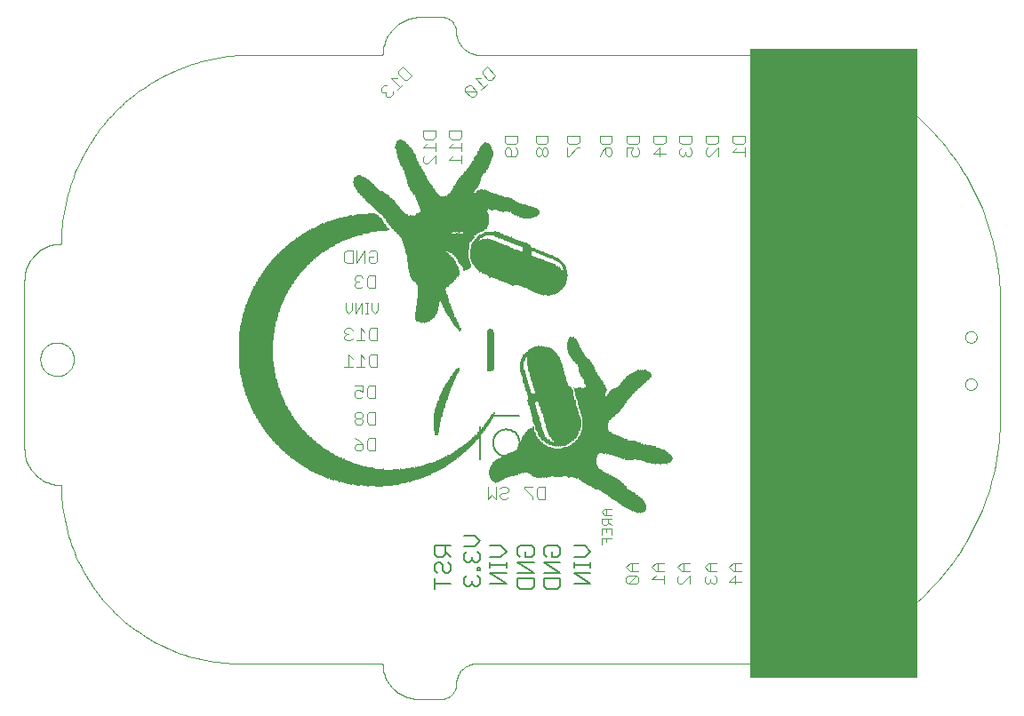
<source format=gbo>
G75*
%MOIN*%
%OFA0B0*%
%FSLAX24Y24*%
%IPPOS*%
%LPD*%
%AMOC8*
5,1,8,0,0,1.08239X$1,22.5*
%
%ADD10C,0.0000*%
%ADD11C,0.0030*%
%ADD12C,0.0040*%
%ADD13C,0.0050*%
%ADD14R,0.6299X2.3622*%
%ADD15C,0.0080*%
%ADD16R,0.0020X0.0040*%
%ADD17R,0.0020X0.0180*%
%ADD18R,0.0020X0.0220*%
%ADD19R,0.0020X0.0280*%
%ADD20R,0.0020X0.0300*%
%ADD21R,0.0020X0.0320*%
%ADD22R,0.0020X0.0360*%
%ADD23R,0.0020X0.0420*%
%ADD24R,0.0020X0.0440*%
%ADD25R,0.0020X0.0460*%
%ADD26R,0.0020X0.0480*%
%ADD27R,0.0020X0.0500*%
%ADD28R,0.0020X0.0520*%
%ADD29R,0.0020X0.0540*%
%ADD30R,0.0020X0.0560*%
%ADD31R,0.0020X0.0580*%
%ADD32R,0.0020X0.0600*%
%ADD33R,0.0020X0.0620*%
%ADD34R,0.0020X0.0640*%
%ADD35R,0.0020X0.0660*%
%ADD36R,0.0020X0.0120*%
%ADD37R,0.0020X0.0140*%
%ADD38R,0.0020X0.0240*%
%ADD39R,0.0020X0.0680*%
%ADD40R,0.0020X0.0340*%
%ADD41R,0.0020X0.0400*%
%ADD42R,0.0020X0.0200*%
%ADD43R,0.0020X0.0700*%
%ADD44R,0.0020X0.0720*%
%ADD45R,0.0020X0.0740*%
%ADD46R,0.0020X0.0760*%
%ADD47R,0.0020X0.0780*%
%ADD48R,0.0020X0.0800*%
%ADD49R,0.0020X0.0820*%
%ADD50R,0.0020X0.0860*%
%ADD51R,0.0020X0.0840*%
%ADD52R,0.0020X0.0880*%
%ADD53R,0.0020X0.0900*%
%ADD54R,0.0020X0.0920*%
%ADD55R,0.0020X0.0940*%
%ADD56R,0.0020X0.0960*%
%ADD57R,0.0020X0.1000*%
%ADD58R,0.0020X0.0980*%
%ADD59R,0.0020X0.1020*%
%ADD60R,0.0020X0.1040*%
%ADD61R,0.0020X0.1060*%
%ADD62R,0.0020X0.1080*%
%ADD63R,0.0020X0.1100*%
%ADD64R,0.0020X0.1140*%
%ADD65R,0.0020X0.2220*%
%ADD66R,0.0020X0.2180*%
%ADD67R,0.0020X0.0060*%
%ADD68R,0.0020X0.2160*%
%ADD69R,0.0020X0.2140*%
%ADD70R,0.0020X0.2580*%
%ADD71R,0.0020X0.2620*%
%ADD72R,0.0020X0.2640*%
%ADD73R,0.0020X0.2680*%
%ADD74R,0.0020X0.2720*%
%ADD75R,0.0020X0.2740*%
%ADD76R,0.0020X0.2760*%
%ADD77R,0.0020X0.2800*%
%ADD78R,0.0020X0.2820*%
%ADD79R,0.0020X0.2860*%
%ADD80R,0.0020X0.2920*%
%ADD81R,0.0020X0.2980*%
%ADD82R,0.0020X0.1860*%
%ADD83R,0.0020X0.1160*%
%ADD84R,0.0020X0.3200*%
%ADD85R,0.0020X0.4420*%
%ADD86R,0.0020X0.3040*%
%ADD87R,0.0020X0.1340*%
%ADD88R,0.0020X0.4440*%
%ADD89R,0.0020X0.4540*%
%ADD90R,0.0020X0.4560*%
%ADD91R,0.0020X0.4600*%
%ADD92R,0.0020X0.4620*%
%ADD93R,0.0020X0.4640*%
%ADD94R,0.0020X0.4660*%
%ADD95R,0.0020X0.4680*%
%ADD96R,0.0020X0.4700*%
%ADD97R,0.0020X0.4720*%
%ADD98R,0.0020X0.4740*%
%ADD99R,0.0020X0.4760*%
%ADD100R,0.0020X0.3640*%
%ADD101R,0.0020X0.3600*%
%ADD102R,0.0020X0.3580*%
%ADD103R,0.0020X0.3560*%
%ADD104R,0.0020X0.3520*%
%ADD105R,0.0020X0.1920*%
%ADD106R,0.0020X0.1780*%
%ADD107R,0.0020X0.1760*%
%ADD108R,0.0020X0.1660*%
%ADD109R,0.0020X0.1620*%
%ADD110R,0.0020X0.1600*%
%ADD111R,0.0020X0.1540*%
%ADD112R,0.0020X0.1500*%
%ADD113R,0.0020X0.1460*%
%ADD114R,0.0020X0.1440*%
%ADD115R,0.0020X0.1420*%
%ADD116R,0.0020X0.1180*%
%ADD117R,0.0020X0.1400*%
%ADD118R,0.0020X0.1280*%
%ADD119R,0.0020X0.1360*%
%ADD120R,0.0020X0.1480*%
%ADD121R,0.0020X0.0020*%
%ADD122R,0.0020X0.1320*%
%ADD123R,0.0020X0.1640*%
%ADD124R,0.0020X0.1720*%
%ADD125R,0.0020X0.1260*%
%ADD126R,0.0020X0.1940*%
%ADD127R,0.0020X0.1220*%
%ADD128R,0.0020X0.2020*%
%ADD129R,0.0020X0.2040*%
%ADD130R,0.0020X0.1200*%
%ADD131R,0.0020X0.2100*%
%ADD132R,0.0020X0.2260*%
%ADD133R,0.0020X0.1120*%
%ADD134R,0.0020X0.2300*%
%ADD135R,0.0020X0.0080*%
%ADD136R,0.0020X0.2400*%
%ADD137R,0.0020X0.0380*%
%ADD138R,0.0020X0.2500*%
%ADD139R,0.0020X0.2600*%
%ADD140R,0.0020X0.2780*%
%ADD141R,0.0020X0.2900*%
%ADD142R,0.0020X0.0160*%
%ADD143R,0.0020X0.2960*%
%ADD144R,0.0020X0.3120*%
%ADD145R,0.0020X0.3240*%
%ADD146R,0.0020X0.3280*%
%ADD147R,0.0020X0.3340*%
%ADD148R,0.0020X0.3380*%
%ADD149R,0.0020X0.3420*%
%ADD150R,0.0020X0.3460*%
%ADD151R,0.0020X0.3480*%
%ADD152R,0.0020X0.3500*%
%ADD153R,0.0020X0.3540*%
%ADD154R,0.0020X0.0100*%
%ADD155R,0.0020X0.3360*%
%ADD156R,0.0020X0.3320*%
%ADD157R,0.0020X0.1240*%
%ADD158R,0.0020X0.3300*%
%ADD159R,0.0020X0.3220*%
%ADD160R,0.0020X0.3080*%
%ADD161R,0.0020X0.2940*%
%ADD162R,0.0020X0.2880*%
%ADD163R,0.0020X0.1300*%
%ADD164R,0.0020X0.2660*%
%ADD165R,0.0020X0.2560*%
%ADD166R,0.0020X0.2520*%
%ADD167R,0.0020X0.2480*%
%ADD168R,0.0020X0.2420*%
%ADD169R,0.0020X0.2360*%
%ADD170R,0.0020X0.1380*%
%ADD171R,0.0020X0.2240*%
%ADD172R,0.0020X0.2120*%
%ADD173R,0.0020X0.1520*%
%ADD174R,0.0020X0.0260*%
%ADD175R,0.0020X0.1560*%
%ADD176R,0.0020X0.1680*%
%ADD177R,0.0020X0.1700*%
%ADD178R,0.0020X0.1740*%
%ADD179R,0.0020X0.1800*%
%ADD180R,0.0020X0.1580*%
%ADD181R,0.0020X0.3060*%
%ADD182R,0.0020X0.3800*%
%ADD183R,0.0020X0.3780*%
%ADD184R,0.0020X0.3760*%
%ADD185R,0.0020X0.3740*%
%ADD186R,0.0020X0.3720*%
%ADD187R,0.0020X0.3700*%
%ADD188R,0.0020X0.2280*%
%ADD189R,0.0020X0.2080*%
%ADD190R,0.0020X0.1980*%
%ADD191R,0.0020X0.1880*%
%ADD192R,0.0020X0.2200*%
%ADD193R,0.0020X0.3440*%
%ADD194R,0.0020X0.4220*%
%ADD195R,0.0020X0.4180*%
%ADD196R,0.0020X0.4140*%
%ADD197R,0.0020X0.4120*%
%ADD198R,0.0020X0.4040*%
%ADD199R,0.0020X0.4000*%
%ADD200R,0.0020X0.3960*%
%ADD201R,0.0020X0.4020*%
%ADD202R,0.0020X0.4240*%
%ADD203R,0.0020X0.4380*%
%ADD204R,0.0020X0.4460*%
%ADD205R,0.0020X0.4520*%
%ADD206R,0.0020X0.4840*%
%ADD207R,0.0020X0.4880*%
%ADD208R,0.0020X0.4920*%
%ADD209R,0.0020X0.4980*%
%ADD210R,0.0020X0.5000*%
%ADD211R,0.0020X0.5080*%
%ADD212R,0.0020X0.5100*%
%ADD213R,0.0020X0.5120*%
%ADD214R,0.0020X0.5180*%
%ADD215R,0.0020X0.5240*%
%ADD216R,0.0020X0.5260*%
%ADD217R,0.0020X0.5300*%
%ADD218R,0.0020X0.5360*%
%ADD219R,0.0020X0.5380*%
%ADD220R,0.0020X0.5460*%
%ADD221R,0.0020X0.5500*%
%ADD222R,0.0020X0.5560*%
%ADD223R,0.0020X0.5640*%
%ADD224R,0.0020X0.5660*%
%ADD225R,0.0020X0.5680*%
%ADD226R,0.0020X0.5720*%
%ADD227R,0.0020X0.5740*%
%ADD228R,0.0020X0.5780*%
%ADD229R,0.0020X0.5800*%
%ADD230R,0.0020X0.5860*%
%ADD231R,0.0020X0.4160*%
%ADD232R,0.0020X0.4100*%
%ADD233R,0.0020X0.4080*%
%ADD234R,0.0020X0.4060*%
%ADD235R,0.0020X0.2700*%
%ADD236R,0.0020X0.2540*%
%ADD237R,0.0020X0.2460*%
%ADD238R,0.0020X0.2440*%
%ADD239R,0.0020X0.1820*%
%ADD240R,0.0020X0.1840*%
%ADD241R,0.0020X0.2000*%
%ADD242R,0.0020X0.2060*%
%ADD243R,0.0020X0.2320*%
%ADD244R,0.0020X0.2340*%
%ADD245R,0.0020X0.6760*%
%ADD246R,0.0020X0.6700*%
%ADD247R,0.0020X0.6660*%
%ADD248R,0.0020X0.6580*%
%ADD249R,0.0020X0.6560*%
%ADD250R,0.0020X0.6480*%
%ADD251R,0.0020X0.6420*%
%ADD252R,0.0020X0.6360*%
%ADD253R,0.0020X0.6320*%
%ADD254R,0.0020X0.6260*%
%ADD255R,0.0020X0.6200*%
%ADD256R,0.0020X0.6140*%
%ADD257R,0.0020X0.6120*%
%ADD258R,0.0020X0.6020*%
%ADD259R,0.0020X0.6000*%
%ADD260R,0.0020X0.5960*%
%ADD261R,0.0020X0.5820*%
%ADD262R,0.0020X0.5760*%
%ADD263R,0.0020X0.5600*%
%ADD264R,0.0020X0.5480*%
%ADD265R,0.0020X0.5400*%
%ADD266R,0.0020X0.5140*%
%ADD267R,0.0020X0.5040*%
%ADD268R,0.0020X0.4960*%
%ADD269R,0.0020X0.4860*%
%ADD270R,0.0020X0.4820*%
%ADD271R,0.0020X0.4780*%
%ADD272R,0.0020X0.4500*%
%ADD273R,0.0020X0.4320*%
%ADD274R,0.0020X0.4280*%
%ADD275R,0.0020X0.3880*%
%ADD276R,0.0020X0.3820*%
%ADD277R,0.0020X0.3680*%
%ADD278R,0.0020X0.2840*%
D10*
X008171Y001568D02*
X013535Y001568D01*
X013537Y001496D01*
X013543Y001424D01*
X013553Y001353D01*
X013566Y001282D01*
X013583Y001212D01*
X013605Y001144D01*
X013629Y001076D01*
X013658Y001010D01*
X013690Y000945D01*
X013725Y000883D01*
X013764Y000822D01*
X013806Y000764D01*
X013851Y000708D01*
X013899Y000654D01*
X013950Y000603D01*
X014004Y000555D01*
X014060Y000510D01*
X014118Y000468D01*
X014179Y000429D01*
X014241Y000394D01*
X014306Y000362D01*
X014372Y000333D01*
X014440Y000309D01*
X014508Y000287D01*
X014578Y000270D01*
X014649Y000257D01*
X014720Y000247D01*
X014792Y000241D01*
X014864Y000239D01*
X015734Y000239D01*
X015780Y000241D01*
X015826Y000247D01*
X015871Y000256D01*
X015915Y000269D01*
X015958Y000286D01*
X015999Y000306D01*
X016039Y000330D01*
X016076Y000356D01*
X016111Y000386D01*
X016144Y000419D01*
X016174Y000454D01*
X016200Y000491D01*
X016224Y000531D01*
X016244Y000572D01*
X016261Y000615D01*
X016274Y000659D01*
X016283Y000704D01*
X016289Y000750D01*
X016291Y000796D01*
X016293Y000849D01*
X016298Y000901D01*
X016307Y000953D01*
X016320Y001004D01*
X016336Y001055D01*
X016355Y001104D01*
X016378Y001151D01*
X016403Y001197D01*
X016432Y001241D01*
X016464Y001283D01*
X016499Y001323D01*
X016536Y001360D01*
X016576Y001395D01*
X016618Y001427D01*
X016662Y001456D01*
X016708Y001481D01*
X016755Y001504D01*
X016804Y001523D01*
X016855Y001539D01*
X016906Y001552D01*
X016958Y001561D01*
X017010Y001566D01*
X017063Y001568D01*
X027463Y001568D01*
X027463Y001567D02*
X027686Y001570D01*
X027909Y001578D01*
X028132Y001592D01*
X028354Y001611D01*
X028576Y001636D01*
X028797Y001665D01*
X029017Y001700D01*
X029237Y001741D01*
X029455Y001787D01*
X029672Y001838D01*
X029888Y001894D01*
X030102Y001955D01*
X030315Y002022D01*
X030527Y002094D01*
X030736Y002170D01*
X030944Y002252D01*
X031149Y002339D01*
X031352Y002431D01*
X031554Y002528D01*
X031752Y002629D01*
X031948Y002735D01*
X032142Y002846D01*
X032333Y002962D01*
X032521Y003082D01*
X032706Y003207D01*
X032888Y003336D01*
X033066Y003470D01*
X033242Y003607D01*
X033414Y003749D01*
X033582Y003895D01*
X033747Y004046D01*
X033909Y004200D01*
X034066Y004358D01*
X034220Y004519D01*
X034370Y004685D01*
X034516Y004853D01*
X034657Y005026D01*
X034795Y005202D01*
X034928Y005381D01*
X035056Y005563D01*
X035181Y005748D01*
X035301Y005936D01*
X035416Y006127D01*
X035526Y006321D01*
X035632Y006518D01*
X035733Y006716D01*
X035829Y006918D01*
X035921Y007121D01*
X036007Y007327D01*
X036089Y007535D01*
X036165Y007744D01*
X036236Y007956D01*
X036302Y008169D01*
X036363Y008383D01*
X036419Y008599D01*
X036470Y008817D01*
X036515Y009035D01*
X036555Y009255D01*
X036590Y009475D01*
X036619Y009696D01*
X036643Y009918D01*
X036661Y010140D01*
X036675Y010363D01*
X036683Y010586D01*
X036685Y010809D01*
X036685Y015181D01*
X035373Y013822D02*
X035375Y013851D01*
X035381Y013879D01*
X035390Y013907D01*
X035403Y013933D01*
X035420Y013956D01*
X035439Y013978D01*
X035461Y013997D01*
X035486Y014012D01*
X035512Y014025D01*
X035540Y014033D01*
X035568Y014038D01*
X035597Y014039D01*
X035626Y014036D01*
X035654Y014029D01*
X035681Y014019D01*
X035707Y014005D01*
X035730Y013988D01*
X035751Y013968D01*
X035769Y013945D01*
X035784Y013920D01*
X035795Y013893D01*
X035803Y013865D01*
X035807Y013836D01*
X035807Y013808D01*
X035803Y013779D01*
X035795Y013751D01*
X035784Y013724D01*
X035769Y013699D01*
X035751Y013676D01*
X035730Y013656D01*
X035707Y013639D01*
X035681Y013625D01*
X035654Y013615D01*
X035626Y013608D01*
X035597Y013605D01*
X035568Y013606D01*
X035540Y013611D01*
X035512Y013619D01*
X035486Y013632D01*
X035461Y013647D01*
X035439Y013666D01*
X035420Y013688D01*
X035403Y013711D01*
X035390Y013737D01*
X035381Y013765D01*
X035375Y013793D01*
X035373Y013822D01*
X035373Y012050D02*
X035375Y012079D01*
X035381Y012107D01*
X035390Y012135D01*
X035403Y012161D01*
X035420Y012184D01*
X035439Y012206D01*
X035461Y012225D01*
X035486Y012240D01*
X035512Y012253D01*
X035540Y012261D01*
X035568Y012266D01*
X035597Y012267D01*
X035626Y012264D01*
X035654Y012257D01*
X035681Y012247D01*
X035707Y012233D01*
X035730Y012216D01*
X035751Y012196D01*
X035769Y012173D01*
X035784Y012148D01*
X035795Y012121D01*
X035803Y012093D01*
X035807Y012064D01*
X035807Y012036D01*
X035803Y012007D01*
X035795Y011979D01*
X035784Y011952D01*
X035769Y011927D01*
X035751Y011904D01*
X035730Y011884D01*
X035707Y011867D01*
X035681Y011853D01*
X035654Y011843D01*
X035626Y011836D01*
X035597Y011833D01*
X035568Y011834D01*
X035540Y011839D01*
X035512Y011847D01*
X035486Y011860D01*
X035461Y011875D01*
X035439Y011894D01*
X035420Y011916D01*
X035403Y011939D01*
X035390Y011965D01*
X035381Y011993D01*
X035375Y012021D01*
X035373Y012050D01*
X036685Y015181D02*
X036682Y015404D01*
X036674Y015627D01*
X036661Y015849D01*
X036642Y016071D01*
X036618Y016293D01*
X036588Y016513D01*
X036553Y016734D01*
X036513Y016953D01*
X036468Y017171D01*
X036417Y017388D01*
X036361Y017604D01*
X036300Y017818D01*
X036234Y018031D01*
X036162Y018242D01*
X036086Y018451D01*
X036004Y018659D01*
X035918Y018864D01*
X035826Y019067D01*
X035730Y019268D01*
X035629Y019467D01*
X035523Y019663D01*
X035412Y019856D01*
X035297Y020047D01*
X035177Y020235D01*
X035053Y020420D01*
X034924Y020602D01*
X034791Y020780D01*
X034653Y020956D01*
X034512Y021128D01*
X034366Y021296D01*
X034216Y021461D01*
X034062Y021623D01*
X033905Y021780D01*
X033743Y021934D01*
X033578Y022084D01*
X033410Y022230D01*
X033238Y022371D01*
X033062Y022509D01*
X032884Y022642D01*
X032702Y022771D01*
X032517Y022895D01*
X032329Y023015D01*
X032138Y023130D01*
X031945Y023241D01*
X031749Y023347D01*
X031550Y023448D01*
X031349Y023544D01*
X031146Y023636D01*
X030941Y023722D01*
X030733Y023804D01*
X030524Y023880D01*
X030313Y023952D01*
X030100Y024018D01*
X029886Y024079D01*
X029670Y024135D01*
X029453Y024186D01*
X029235Y024231D01*
X029016Y024271D01*
X028795Y024306D01*
X028575Y024336D01*
X028353Y024360D01*
X028131Y024379D01*
X027909Y024392D01*
X027686Y024400D01*
X027463Y024403D01*
X027463Y024402D02*
X017161Y024402D01*
X017161Y024403D02*
X017104Y024405D01*
X017047Y024410D01*
X016991Y024420D01*
X016936Y024433D01*
X016881Y024449D01*
X016828Y024469D01*
X016776Y024493D01*
X016726Y024520D01*
X016678Y024550D01*
X016631Y024583D01*
X016587Y024619D01*
X016546Y024658D01*
X016507Y024699D01*
X016471Y024743D01*
X016438Y024790D01*
X016408Y024838D01*
X016381Y024888D01*
X016357Y024940D01*
X016337Y024993D01*
X016321Y025048D01*
X016308Y025103D01*
X016298Y025159D01*
X016293Y025216D01*
X016291Y025273D01*
X016289Y025319D01*
X016283Y025365D01*
X016274Y025410D01*
X016261Y025454D01*
X016244Y025497D01*
X016224Y025538D01*
X016200Y025578D01*
X016174Y025615D01*
X016144Y025650D01*
X016111Y025683D01*
X016076Y025713D01*
X016039Y025739D01*
X015999Y025763D01*
X015958Y025783D01*
X015915Y025800D01*
X015871Y025813D01*
X015826Y025822D01*
X015780Y025828D01*
X015734Y025830D01*
X014962Y025830D01*
X014962Y025829D02*
X014887Y025827D01*
X014813Y025821D01*
X014739Y025811D01*
X014665Y025798D01*
X014593Y025780D01*
X014521Y025759D01*
X014451Y025734D01*
X014382Y025706D01*
X014314Y025673D01*
X014249Y025638D01*
X014185Y025599D01*
X014123Y025556D01*
X014064Y025511D01*
X014007Y025462D01*
X013953Y025411D01*
X013902Y025357D01*
X013853Y025300D01*
X013808Y025241D01*
X013765Y025179D01*
X013726Y025116D01*
X013691Y025050D01*
X013658Y024982D01*
X013630Y024913D01*
X013605Y024843D01*
X013584Y024771D01*
X013566Y024699D01*
X013553Y024625D01*
X013543Y024551D01*
X013537Y024477D01*
X013535Y024402D01*
X008565Y024402D01*
X008565Y024403D02*
X008394Y024401D01*
X008223Y024395D01*
X008052Y024384D01*
X007881Y024370D01*
X007711Y024351D01*
X007541Y024329D01*
X007372Y024302D01*
X007203Y024271D01*
X007036Y024236D01*
X006869Y024197D01*
X006703Y024154D01*
X006539Y024107D01*
X006375Y024056D01*
X006213Y024001D01*
X006052Y023942D01*
X005893Y023880D01*
X005735Y023813D01*
X005579Y023743D01*
X005424Y023669D01*
X005272Y023591D01*
X005121Y023510D01*
X004972Y023425D01*
X004826Y023336D01*
X004681Y023244D01*
X004539Y023148D01*
X004399Y023050D01*
X004262Y022947D01*
X004127Y022842D01*
X003995Y022733D01*
X003865Y022621D01*
X003739Y022506D01*
X003615Y022387D01*
X003494Y022266D01*
X003375Y022142D01*
X003260Y022016D01*
X003148Y021886D01*
X003039Y021754D01*
X002934Y021619D01*
X002831Y021482D01*
X002733Y021342D01*
X002637Y021200D01*
X002545Y021055D01*
X002456Y020909D01*
X002371Y020760D01*
X002290Y020609D01*
X002212Y020457D01*
X002138Y020302D01*
X002068Y020146D01*
X002001Y019988D01*
X001939Y019829D01*
X001880Y019668D01*
X001825Y019506D01*
X001774Y019342D01*
X001727Y019178D01*
X001684Y019012D01*
X001645Y018845D01*
X001610Y018678D01*
X001579Y018509D01*
X001552Y018340D01*
X001530Y018170D01*
X001511Y018000D01*
X001497Y017829D01*
X001486Y017658D01*
X001480Y017487D01*
X001478Y017316D01*
X001406Y017314D01*
X001334Y017308D01*
X001262Y017299D01*
X001191Y017286D01*
X001121Y017269D01*
X001052Y017249D01*
X000984Y017224D01*
X000918Y017197D01*
X000852Y017166D01*
X000789Y017131D01*
X000727Y017094D01*
X000668Y017053D01*
X000611Y017009D01*
X000556Y016962D01*
X000504Y016912D01*
X000454Y016860D01*
X000407Y016805D01*
X000363Y016748D01*
X000322Y016689D01*
X000285Y016627D01*
X000250Y016564D01*
X000219Y016498D01*
X000192Y016432D01*
X000167Y016364D01*
X000147Y016295D01*
X000130Y016225D01*
X000117Y016154D01*
X000108Y016082D01*
X000102Y016010D01*
X000100Y015938D01*
X000100Y009639D01*
X000102Y009567D01*
X000108Y009495D01*
X000117Y009423D01*
X000130Y009352D01*
X000147Y009282D01*
X000167Y009213D01*
X000192Y009145D01*
X000219Y009079D01*
X000250Y009013D01*
X000285Y008950D01*
X000322Y008888D01*
X000363Y008829D01*
X000407Y008772D01*
X000454Y008717D01*
X000504Y008665D01*
X000556Y008615D01*
X000611Y008568D01*
X000668Y008524D01*
X000727Y008483D01*
X000789Y008446D01*
X000852Y008411D01*
X000918Y008380D01*
X000984Y008353D01*
X001052Y008328D01*
X001121Y008308D01*
X001191Y008291D01*
X001262Y008278D01*
X001334Y008269D01*
X001406Y008263D01*
X001478Y008261D01*
X001480Y008099D01*
X001486Y007938D01*
X001496Y007776D01*
X001509Y007615D01*
X001527Y007454D01*
X001548Y007294D01*
X001574Y007134D01*
X001603Y006975D01*
X001636Y006817D01*
X001672Y006659D01*
X001713Y006503D01*
X001757Y006347D01*
X001806Y006193D01*
X001857Y006040D01*
X001913Y005888D01*
X001972Y005737D01*
X002035Y005588D01*
X002101Y005441D01*
X002171Y005295D01*
X002245Y005151D01*
X002322Y005008D01*
X002402Y004868D01*
X002486Y004730D01*
X002573Y004593D01*
X002663Y004459D01*
X002756Y004327D01*
X002853Y004197D01*
X002953Y004070D01*
X003055Y003945D01*
X003161Y003823D01*
X003270Y003703D01*
X003381Y003586D01*
X003496Y003471D01*
X003613Y003360D01*
X003733Y003251D01*
X003855Y003145D01*
X003980Y003043D01*
X004107Y002943D01*
X004237Y002846D01*
X004369Y002753D01*
X004503Y002663D01*
X004640Y002576D01*
X004778Y002492D01*
X004918Y002412D01*
X005061Y002335D01*
X005205Y002261D01*
X005351Y002191D01*
X005498Y002125D01*
X005647Y002062D01*
X005798Y002003D01*
X005950Y001947D01*
X006103Y001896D01*
X006257Y001847D01*
X006413Y001803D01*
X006569Y001762D01*
X006727Y001726D01*
X006885Y001693D01*
X007044Y001664D01*
X007204Y001638D01*
X007364Y001617D01*
X007525Y001599D01*
X007686Y001586D01*
X007848Y001576D01*
X008009Y001570D01*
X008171Y001568D01*
X000698Y012985D02*
X000700Y013035D01*
X000706Y013085D01*
X000716Y013134D01*
X000730Y013182D01*
X000747Y013229D01*
X000768Y013274D01*
X000793Y013318D01*
X000821Y013359D01*
X000853Y013398D01*
X000887Y013435D01*
X000924Y013469D01*
X000964Y013499D01*
X001006Y013526D01*
X001050Y013550D01*
X001096Y013571D01*
X001143Y013587D01*
X001191Y013600D01*
X001241Y013609D01*
X001290Y013614D01*
X001341Y013615D01*
X001391Y013612D01*
X001440Y013605D01*
X001489Y013594D01*
X001537Y013579D01*
X001583Y013561D01*
X001628Y013539D01*
X001671Y013513D01*
X001712Y013484D01*
X001751Y013452D01*
X001787Y013417D01*
X001819Y013379D01*
X001849Y013339D01*
X001876Y013296D01*
X001899Y013252D01*
X001918Y013206D01*
X001934Y013158D01*
X001946Y013109D01*
X001954Y013060D01*
X001958Y013010D01*
X001958Y012960D01*
X001954Y012910D01*
X001946Y012861D01*
X001934Y012812D01*
X001918Y012764D01*
X001899Y012718D01*
X001876Y012674D01*
X001849Y012631D01*
X001819Y012591D01*
X001787Y012553D01*
X001751Y012518D01*
X001712Y012486D01*
X001671Y012457D01*
X001628Y012431D01*
X001583Y012409D01*
X001537Y012391D01*
X001489Y012376D01*
X001440Y012365D01*
X001391Y012358D01*
X001341Y012355D01*
X001290Y012356D01*
X001241Y012361D01*
X001191Y012370D01*
X001143Y012383D01*
X001096Y012399D01*
X001050Y012420D01*
X001006Y012444D01*
X000964Y012471D01*
X000924Y012501D01*
X000887Y012535D01*
X000853Y012572D01*
X000821Y012611D01*
X000793Y012652D01*
X000768Y012696D01*
X000747Y012741D01*
X000730Y012788D01*
X000716Y012836D01*
X000706Y012885D01*
X000700Y012935D01*
X000698Y012985D01*
D11*
X012139Y014836D02*
X012262Y014712D01*
X012386Y014836D01*
X012386Y015083D01*
X012507Y015083D02*
X012507Y014712D01*
X012754Y015083D01*
X012754Y014712D01*
X012876Y014712D02*
X013000Y014712D01*
X012938Y014712D02*
X012938Y015083D01*
X013000Y015083D02*
X012876Y015083D01*
X013121Y015083D02*
X013121Y014836D01*
X013245Y014712D01*
X013368Y014836D01*
X013368Y015083D01*
X012139Y015083D02*
X012139Y014836D01*
X021744Y007250D02*
X021868Y007374D01*
X022115Y007374D01*
X021930Y007374D02*
X021930Y007127D01*
X021868Y007127D02*
X022115Y007127D01*
X022115Y007005D02*
X021744Y007005D01*
X021744Y006820D01*
X021806Y006758D01*
X021930Y006758D01*
X021991Y006820D01*
X021991Y007005D01*
X021991Y006882D02*
X022115Y006758D01*
X022115Y006637D02*
X022115Y006390D01*
X022115Y006269D02*
X021744Y006269D01*
X021744Y006022D01*
X021930Y006145D02*
X021930Y006269D01*
X021744Y006390D02*
X021744Y006637D01*
X022115Y006637D01*
X021930Y006637D02*
X021930Y006513D01*
X021868Y007127D02*
X021744Y007250D01*
D12*
X019617Y007739D02*
X019387Y007739D01*
X019310Y007816D01*
X019310Y008123D01*
X019387Y008200D01*
X019617Y008200D01*
X019617Y007739D01*
X019157Y007739D02*
X019157Y007816D01*
X018850Y008123D01*
X018850Y008200D01*
X019157Y008200D01*
X018236Y008123D02*
X018236Y008046D01*
X018159Y007970D01*
X018006Y007970D01*
X017929Y007893D01*
X017929Y007816D01*
X018006Y007739D01*
X018159Y007739D01*
X018236Y007816D01*
X018236Y008123D02*
X018159Y008200D01*
X018006Y008200D01*
X017929Y008123D01*
X017776Y008200D02*
X017776Y007739D01*
X017622Y007893D01*
X017469Y007739D01*
X017469Y008200D01*
X013259Y009557D02*
X013029Y009557D01*
X012952Y009633D01*
X012952Y009940D01*
X013029Y010017D01*
X013259Y010017D01*
X013259Y009557D01*
X012798Y009633D02*
X012722Y009557D01*
X012568Y009557D01*
X012491Y009633D01*
X012491Y009710D01*
X012568Y009787D01*
X012798Y009787D01*
X012798Y009633D01*
X012798Y009787D02*
X012645Y009940D01*
X012491Y010017D01*
X012568Y010541D02*
X012722Y010541D01*
X012798Y010618D01*
X012798Y010694D01*
X012722Y010771D01*
X012568Y010771D01*
X012491Y010694D01*
X012491Y010618D01*
X012568Y010541D01*
X012568Y010771D02*
X012491Y010848D01*
X012491Y010925D01*
X012568Y011001D01*
X012722Y011001D01*
X012798Y010925D01*
X012798Y010848D01*
X012722Y010771D01*
X012952Y010618D02*
X012952Y010925D01*
X013029Y011001D01*
X013259Y011001D01*
X013259Y010541D01*
X013029Y010541D01*
X012952Y010618D01*
X013029Y011525D02*
X012952Y011602D01*
X012952Y011909D01*
X013029Y011986D01*
X013259Y011986D01*
X013259Y011525D01*
X013029Y011525D01*
X012798Y011602D02*
X012722Y011525D01*
X012568Y011525D01*
X012491Y011602D01*
X012491Y011755D01*
X012568Y011832D01*
X012645Y011832D01*
X012798Y011755D01*
X012798Y011986D01*
X012491Y011986D01*
X012558Y012706D02*
X012865Y012706D01*
X012712Y012706D02*
X012712Y013167D01*
X012865Y013013D01*
X013019Y013090D02*
X013095Y013167D01*
X013326Y013167D01*
X013326Y012706D01*
X013095Y012706D01*
X013019Y012783D01*
X013019Y013090D01*
X012405Y013013D02*
X012251Y013167D01*
X012251Y012706D01*
X012098Y012706D02*
X012405Y012706D01*
X012328Y013691D02*
X012405Y013767D01*
X012328Y013691D02*
X012175Y013691D01*
X012098Y013767D01*
X012098Y013844D01*
X012175Y013921D01*
X012251Y013921D01*
X012175Y013921D02*
X012098Y013997D01*
X012098Y014074D01*
X012175Y014151D01*
X012328Y014151D01*
X012405Y014074D01*
X012712Y014151D02*
X012712Y013691D01*
X012865Y013691D02*
X012558Y013691D01*
X012865Y013997D02*
X012712Y014151D01*
X013019Y014074D02*
X013095Y014151D01*
X013326Y014151D01*
X013326Y013691D01*
X013095Y013691D01*
X013019Y013767D01*
X013019Y014074D01*
X013029Y015659D02*
X012952Y015736D01*
X012952Y016043D01*
X013029Y016119D01*
X013259Y016119D01*
X013259Y015659D01*
X013029Y015659D01*
X012798Y015736D02*
X012722Y015659D01*
X012568Y015659D01*
X012491Y015736D01*
X012491Y015813D01*
X012568Y015889D01*
X012645Y015889D01*
X012568Y015889D02*
X012491Y015966D01*
X012491Y016043D01*
X012568Y016119D01*
X012722Y016119D01*
X012798Y016043D01*
X012865Y016604D02*
X012865Y017064D01*
X012558Y016604D01*
X012558Y017064D01*
X012405Y017064D02*
X012175Y017064D01*
X012098Y016988D01*
X012098Y016681D01*
X012175Y016604D01*
X012405Y016604D01*
X012405Y017064D01*
X013019Y016988D02*
X013095Y017064D01*
X013249Y017064D01*
X013326Y016988D01*
X013326Y016681D01*
X013249Y016604D01*
X013095Y016604D01*
X013019Y016681D01*
X013019Y016834D01*
X013172Y016834D01*
X015126Y020323D02*
X015049Y020400D01*
X015049Y020553D01*
X015126Y020630D01*
X015126Y020323D02*
X015203Y020323D01*
X015510Y020630D01*
X015510Y020323D01*
X015510Y020783D02*
X015510Y021090D01*
X015510Y020937D02*
X015049Y020937D01*
X015203Y021090D01*
X015126Y021244D02*
X015049Y021320D01*
X015049Y021551D01*
X015510Y021551D01*
X015510Y021320D01*
X015433Y021244D01*
X015126Y021244D01*
X016033Y021320D02*
X016033Y021551D01*
X016494Y021551D01*
X016494Y021320D01*
X016417Y021244D01*
X016110Y021244D01*
X016033Y021320D01*
X016187Y021090D02*
X016033Y020937D01*
X016494Y020937D01*
X016494Y021090D02*
X016494Y020783D01*
X016494Y020630D02*
X016494Y020323D01*
X016494Y020476D02*
X016033Y020476D01*
X016187Y020630D01*
X018121Y020686D02*
X018121Y020839D01*
X018197Y020916D01*
X018274Y020916D01*
X018351Y020839D01*
X018351Y020609D01*
X018504Y020609D02*
X018197Y020609D01*
X018121Y020686D01*
X018504Y020609D02*
X018581Y020686D01*
X018581Y020839D01*
X018504Y020916D01*
X018504Y021069D02*
X018197Y021069D01*
X018121Y021146D01*
X018121Y021376D01*
X018581Y021376D01*
X018581Y021146D01*
X018504Y021069D01*
X019272Y021146D02*
X019272Y021376D01*
X019732Y021376D01*
X019732Y021146D01*
X019655Y021069D01*
X019348Y021069D01*
X019272Y021146D01*
X019348Y020916D02*
X019425Y020916D01*
X019502Y020839D01*
X019502Y020686D01*
X019579Y020609D01*
X019655Y020609D01*
X019732Y020686D01*
X019732Y020839D01*
X019655Y020916D01*
X019579Y020916D01*
X019502Y020839D01*
X019502Y020686D02*
X019425Y020609D01*
X019348Y020609D01*
X019272Y020686D01*
X019272Y020839D01*
X019348Y020916D01*
X020445Y020916D02*
X020445Y020609D01*
X020522Y020609D01*
X020828Y020916D01*
X020905Y020916D01*
X020828Y021069D02*
X020522Y021069D01*
X020445Y021146D01*
X020445Y021376D01*
X020905Y021376D01*
X020905Y021146D01*
X020828Y021069D01*
X021671Y021146D02*
X021671Y021376D01*
X022132Y021376D01*
X022132Y021146D01*
X022055Y021069D01*
X021748Y021069D01*
X021671Y021146D01*
X021901Y020916D02*
X021901Y020686D01*
X021978Y020609D01*
X022055Y020609D01*
X022132Y020686D01*
X022132Y020839D01*
X022055Y020916D01*
X021901Y020916D01*
X021748Y020763D01*
X021671Y020609D01*
X022691Y020609D02*
X022691Y020916D01*
X022921Y020916D01*
X022845Y020763D01*
X022845Y020686D01*
X022921Y020609D01*
X023075Y020609D01*
X023152Y020686D01*
X023152Y020839D01*
X023075Y020916D01*
X023075Y021069D02*
X022768Y021069D01*
X022691Y021146D01*
X022691Y021376D01*
X023152Y021376D01*
X023152Y021146D01*
X023075Y021069D01*
X023677Y021146D02*
X023677Y021376D01*
X024137Y021376D01*
X024137Y021146D01*
X024061Y021069D01*
X023754Y021069D01*
X023677Y021146D01*
X023907Y020916D02*
X023907Y020609D01*
X023677Y020686D02*
X023907Y020916D01*
X024137Y020686D02*
X023677Y020686D01*
X024661Y020686D02*
X024738Y020609D01*
X024815Y020609D01*
X024891Y020686D01*
X024968Y020609D01*
X025045Y020609D01*
X025122Y020686D01*
X025122Y020839D01*
X025045Y020916D01*
X025045Y021069D02*
X024738Y021069D01*
X024661Y021146D01*
X024661Y021376D01*
X025122Y021376D01*
X025122Y021146D01*
X025045Y021069D01*
X024738Y020916D02*
X024661Y020839D01*
X024661Y020686D01*
X024891Y020686D02*
X024891Y020763D01*
X025645Y020686D02*
X025645Y020839D01*
X025722Y020916D01*
X025722Y021069D02*
X025645Y021146D01*
X025645Y021376D01*
X026106Y021376D01*
X026106Y021146D01*
X026029Y021069D01*
X025722Y021069D01*
X026106Y020916D02*
X025799Y020609D01*
X025722Y020609D01*
X025645Y020686D01*
X026106Y020609D02*
X026106Y020916D01*
X026661Y020763D02*
X027122Y020763D01*
X027122Y020916D02*
X027122Y020609D01*
X026815Y020916D02*
X026661Y020763D01*
X026738Y021069D02*
X026661Y021146D01*
X026661Y021376D01*
X027122Y021376D01*
X027122Y021146D01*
X027045Y021069D01*
X026738Y021069D01*
X027751Y021146D02*
X027751Y021376D01*
X028212Y021376D01*
X028212Y021146D01*
X028135Y021069D01*
X027828Y021069D01*
X027751Y021146D01*
X027828Y020916D02*
X027751Y020839D01*
X027751Y020686D01*
X027828Y020609D01*
X028135Y020916D01*
X028212Y020839D01*
X028212Y020686D01*
X028135Y020609D01*
X027828Y020609D01*
X027828Y020916D02*
X028135Y020916D01*
X017767Y023639D02*
X017605Y023476D01*
X017496Y023476D01*
X017279Y023693D01*
X017279Y023802D01*
X017442Y023964D01*
X017767Y023639D01*
X017442Y023313D02*
X017225Y023096D01*
X017333Y023205D02*
X017008Y023530D01*
X017225Y023530D01*
X016845Y023259D02*
X016736Y023259D01*
X016628Y023151D01*
X016628Y023042D01*
X017062Y023042D01*
X017062Y022934D01*
X016954Y022825D01*
X016845Y022825D01*
X016628Y023042D01*
X016845Y023259D02*
X017062Y023042D01*
X014618Y023639D02*
X014455Y023476D01*
X014346Y023476D01*
X014129Y023693D01*
X014129Y023802D01*
X014292Y023964D01*
X014618Y023639D01*
X014292Y023313D02*
X014075Y023096D01*
X014184Y023205D02*
X013858Y023530D01*
X014075Y023530D01*
X013695Y023259D02*
X013587Y023259D01*
X013478Y023151D01*
X013478Y023042D01*
X013533Y022988D01*
X013641Y022988D01*
X013641Y022879D01*
X013695Y022825D01*
X013804Y022825D01*
X013912Y022934D01*
X013912Y023042D01*
X013695Y023042D02*
X013641Y022988D01*
X022821Y005337D02*
X022667Y005184D01*
X022821Y005030D01*
X023127Y005030D01*
X023051Y004877D02*
X022744Y004570D01*
X023051Y004570D01*
X023127Y004646D01*
X023127Y004800D01*
X023051Y004877D01*
X022744Y004877D01*
X022667Y004800D01*
X022667Y004646D01*
X022744Y004570D01*
X022897Y005030D02*
X022897Y005337D01*
X022821Y005337D02*
X023127Y005337D01*
X023635Y005184D02*
X023789Y005030D01*
X024096Y005030D01*
X024096Y004877D02*
X024096Y004570D01*
X024096Y004723D02*
X023635Y004723D01*
X023789Y004877D01*
X023865Y005030D02*
X023865Y005337D01*
X023789Y005337D02*
X023635Y005184D01*
X023789Y005337D02*
X024096Y005337D01*
X024584Y005184D02*
X024737Y005030D01*
X025044Y005030D01*
X025044Y004877D02*
X024737Y004570D01*
X024661Y004570D01*
X024584Y004646D01*
X024584Y004800D01*
X024661Y004877D01*
X024814Y005030D02*
X024814Y005337D01*
X024737Y005337D02*
X025044Y005337D01*
X024737Y005337D02*
X024584Y005184D01*
X025044Y004877D02*
X025044Y004570D01*
X025602Y004646D02*
X025602Y004800D01*
X025679Y004877D01*
X025756Y005030D02*
X025602Y005184D01*
X025756Y005337D01*
X026063Y005337D01*
X025832Y005337D02*
X025832Y005030D01*
X025756Y005030D02*
X026063Y005030D01*
X025986Y004877D02*
X026063Y004800D01*
X026063Y004646D01*
X025986Y004570D01*
X025909Y004570D01*
X025832Y004646D01*
X025832Y004723D01*
X025832Y004646D02*
X025756Y004570D01*
X025679Y004570D01*
X025602Y004646D01*
X026521Y004646D02*
X026751Y004877D01*
X026751Y004570D01*
X026981Y004646D02*
X026521Y004646D01*
X026674Y005030D02*
X026981Y005030D01*
X026751Y005030D02*
X026751Y005337D01*
X026674Y005337D02*
X026521Y005184D01*
X026674Y005030D01*
X026674Y005337D02*
X026981Y005337D01*
X027646Y005184D02*
X027800Y005030D01*
X028107Y005030D01*
X028030Y004877D02*
X028107Y004800D01*
X028107Y004646D01*
X028030Y004570D01*
X027876Y004570D01*
X027800Y004646D01*
X027800Y004723D01*
X027876Y004877D01*
X027646Y004877D01*
X027646Y004570D01*
X027876Y005030D02*
X027876Y005337D01*
X027800Y005337D02*
X027646Y005184D01*
X027800Y005337D02*
X028107Y005337D01*
D13*
X021322Y005378D02*
X021322Y005174D01*
X021322Y005276D02*
X020711Y005276D01*
X020711Y005378D02*
X020711Y005174D01*
X020711Y004973D02*
X021322Y004566D01*
X020711Y004566D01*
X020188Y004465D02*
X020086Y004363D01*
X019679Y004363D01*
X019577Y004465D01*
X019577Y004770D01*
X020188Y004770D01*
X020188Y004465D01*
X020188Y004971D02*
X019577Y004971D01*
X019203Y004971D02*
X018593Y004971D01*
X018593Y004770D02*
X018593Y004465D01*
X018695Y004363D01*
X019102Y004363D01*
X019203Y004465D01*
X019203Y004770D01*
X018593Y004770D01*
X018172Y004973D02*
X017561Y004973D01*
X018172Y004566D01*
X017561Y004566D01*
X017199Y004555D02*
X017199Y004758D01*
X017097Y004860D01*
X017097Y005062D02*
X017199Y005062D01*
X017199Y005164D01*
X017097Y005164D01*
X017097Y005062D01*
X017097Y005365D02*
X016996Y005365D01*
X016894Y005466D01*
X016894Y005568D01*
X016894Y005466D02*
X016792Y005365D01*
X016690Y005365D01*
X016589Y005466D01*
X016589Y005670D01*
X016690Y005772D01*
X016589Y005972D02*
X016996Y005972D01*
X017199Y006176D01*
X016996Y006379D01*
X016589Y006379D01*
X016085Y005986D02*
X015475Y005986D01*
X015475Y005680D01*
X015577Y005579D01*
X015780Y005579D01*
X015882Y005680D01*
X015882Y005986D01*
X015882Y005782D02*
X016085Y005579D01*
X015984Y005378D02*
X016085Y005276D01*
X016085Y005073D01*
X015984Y004971D01*
X015882Y004971D01*
X015780Y005073D01*
X015780Y005276D01*
X015678Y005378D01*
X015577Y005378D01*
X015475Y005276D01*
X015475Y005073D01*
X015577Y004971D01*
X015475Y004770D02*
X015475Y004363D01*
X015475Y004567D02*
X016085Y004567D01*
X016589Y004555D02*
X016589Y004758D01*
X016690Y004860D01*
X016894Y004656D02*
X016894Y004555D01*
X016996Y004453D01*
X017097Y004453D01*
X017199Y004555D01*
X016894Y004555D02*
X016792Y004453D01*
X016690Y004453D01*
X016589Y004555D01*
X017097Y005365D02*
X017199Y005466D01*
X017199Y005670D01*
X017097Y005772D01*
X017561Y005579D02*
X017968Y005579D01*
X018172Y005782D01*
X017968Y005986D01*
X017561Y005986D01*
X018593Y005884D02*
X018593Y005680D01*
X018695Y005579D01*
X018898Y005579D02*
X018898Y005782D01*
X018898Y005579D02*
X019102Y005579D01*
X019203Y005680D01*
X019203Y005884D01*
X019102Y005986D01*
X018695Y005986D01*
X018593Y005884D01*
X018593Y005378D02*
X019203Y004971D01*
X019203Y005378D02*
X018593Y005378D01*
X018172Y005378D02*
X018172Y005174D01*
X018172Y005276D02*
X017561Y005276D01*
X017561Y005378D02*
X017561Y005174D01*
X019577Y005378D02*
X020188Y004971D01*
X020188Y005378D02*
X019577Y005378D01*
X019679Y005579D02*
X019577Y005680D01*
X019577Y005884D01*
X019679Y005986D01*
X020086Y005986D01*
X020188Y005884D01*
X020188Y005680D01*
X020086Y005579D01*
X019882Y005579D01*
X019882Y005782D01*
X020711Y005579D02*
X021118Y005579D01*
X021322Y005782D01*
X021118Y005986D01*
X020711Y005986D01*
X020711Y004973D02*
X021322Y004973D01*
D14*
X030464Y012837D03*
D15*
X019172Y010458D02*
X019172Y009245D01*
X018660Y008851D02*
X017683Y008851D01*
X017172Y009245D02*
X017172Y010458D01*
X017672Y010851D02*
X018660Y010851D01*
X017672Y009851D02*
X017674Y009895D01*
X017680Y009939D01*
X017690Y009982D01*
X017703Y010024D01*
X017720Y010065D01*
X017741Y010104D01*
X017765Y010141D01*
X017792Y010176D01*
X017822Y010208D01*
X017855Y010238D01*
X017891Y010264D01*
X017928Y010288D01*
X017968Y010307D01*
X018009Y010324D01*
X018052Y010336D01*
X018095Y010345D01*
X018139Y010350D01*
X018183Y010351D01*
X018227Y010348D01*
X018271Y010341D01*
X018314Y010330D01*
X018356Y010316D01*
X018396Y010298D01*
X018435Y010276D01*
X018471Y010252D01*
X018505Y010224D01*
X018537Y010193D01*
X018566Y010159D01*
X018592Y010123D01*
X018614Y010085D01*
X018633Y010045D01*
X018648Y010003D01*
X018660Y009961D01*
X018668Y009917D01*
X018672Y009873D01*
X018672Y009829D01*
X018668Y009785D01*
X018660Y009741D01*
X018648Y009699D01*
X018633Y009657D01*
X018614Y009617D01*
X018592Y009579D01*
X018566Y009543D01*
X018537Y009509D01*
X018505Y009478D01*
X018471Y009450D01*
X018435Y009426D01*
X018396Y009404D01*
X018356Y009386D01*
X018314Y009372D01*
X018271Y009361D01*
X018227Y009354D01*
X018183Y009351D01*
X018139Y009352D01*
X018095Y009357D01*
X018052Y009366D01*
X018009Y009378D01*
X017968Y009395D01*
X017928Y009414D01*
X017891Y009438D01*
X017855Y009464D01*
X017822Y009494D01*
X017792Y009526D01*
X017765Y009561D01*
X017741Y009598D01*
X017720Y009637D01*
X017703Y009678D01*
X017690Y009720D01*
X017680Y009763D01*
X017674Y009807D01*
X017672Y009851D01*
D16*
X017751Y010977D03*
X024411Y009257D03*
X016971Y017557D03*
X013771Y017857D03*
X014031Y020937D03*
D17*
X017671Y020707D03*
X019391Y018487D03*
X017811Y017667D03*
X017771Y017687D03*
X017751Y017687D03*
X017191Y017567D03*
X017171Y017567D03*
X016831Y016507D03*
X013691Y017887D03*
X016431Y014127D03*
X018951Y013167D03*
X017651Y010827D03*
X017631Y010787D03*
X017611Y010767D03*
X017551Y010667D03*
X017511Y010587D03*
X017491Y010587D03*
X017371Y010407D03*
X019651Y009967D03*
X019691Y009927D03*
X019711Y009907D03*
X019731Y009907D03*
X019771Y009887D03*
X019791Y009867D03*
X019811Y009867D03*
X017551Y008727D03*
X024391Y009267D03*
D18*
X024371Y009267D03*
X023411Y007447D03*
X019631Y009987D03*
X017351Y010387D03*
X017331Y010347D03*
X017271Y010287D03*
X017251Y010267D03*
X017191Y010187D03*
X017171Y010167D03*
X017091Y010067D03*
X017071Y010067D03*
X017051Y010027D03*
X016351Y012527D03*
X016371Y012567D03*
X016391Y014187D03*
X018891Y013107D03*
X018931Y013147D03*
X021911Y011827D03*
X023571Y012387D03*
X020331Y016467D03*
X019131Y017087D03*
X018811Y017267D03*
X018791Y017287D03*
X018751Y017307D03*
X018731Y017327D03*
X018711Y017327D03*
X018691Y017327D03*
X018671Y017327D03*
X018591Y017367D03*
X018571Y017367D03*
X018531Y017387D03*
X018491Y017407D03*
X018471Y017407D03*
X018391Y017447D03*
X018351Y017467D03*
X018331Y017467D03*
X018291Y017487D03*
X018251Y017507D03*
X018231Y017507D03*
X018151Y017547D03*
X018131Y017547D03*
X018111Y017547D03*
X018091Y017567D03*
X018051Y017587D03*
X018031Y017587D03*
X018011Y017587D03*
X017971Y017607D03*
X017951Y017627D03*
X017931Y017627D03*
X017891Y017647D03*
X016411Y016247D03*
X014051Y020967D03*
D19*
X013611Y017937D03*
X016391Y016257D03*
X016791Y016537D03*
X019331Y018497D03*
X016331Y014297D03*
X016351Y014257D03*
X016331Y012497D03*
X018851Y013037D03*
X019591Y010057D03*
X016711Y009717D03*
X016671Y009677D03*
X016631Y009637D03*
X016531Y009557D03*
X024351Y009277D03*
D20*
X024331Y009267D03*
X023391Y007447D03*
X020971Y010567D03*
X020791Y011747D03*
X018831Y013007D03*
X020491Y013467D03*
X023531Y012367D03*
X016291Y012427D03*
X016271Y012407D03*
X016311Y014327D03*
X014791Y014587D03*
X016651Y009647D03*
X016611Y009627D03*
X016591Y009607D03*
X016571Y009587D03*
X016551Y009567D03*
X016511Y009527D03*
X016491Y009527D03*
X016471Y009507D03*
X016431Y009487D03*
X016411Y009467D03*
X016351Y009427D03*
D21*
X016371Y009437D03*
X016391Y009457D03*
X016451Y009497D03*
X016331Y009397D03*
X016311Y009397D03*
X016251Y009357D03*
X016231Y009337D03*
X016251Y012377D03*
X018711Y012697D03*
X016291Y014377D03*
X013591Y017957D03*
X012491Y019637D03*
X014071Y020957D03*
X017651Y020697D03*
X019291Y018497D03*
X019311Y018497D03*
X024311Y009277D03*
D22*
X024291Y009277D03*
X024271Y009277D03*
X021891Y011817D03*
X023471Y012357D03*
X023491Y012357D03*
X016271Y014397D03*
X016211Y012297D03*
X016131Y009277D03*
X016051Y009237D03*
X016011Y009197D03*
X015971Y009177D03*
X015951Y009177D03*
X015891Y009137D03*
X015831Y009097D03*
X013571Y017977D03*
X012511Y019617D03*
D23*
X016351Y016287D03*
X016211Y014507D03*
X016151Y012167D03*
X019551Y010147D03*
X020831Y011687D03*
X024231Y009287D03*
X024251Y009287D03*
X023331Y007447D03*
X015691Y009027D03*
X015651Y009007D03*
X015611Y008987D03*
X015591Y008987D03*
X015531Y008947D03*
X015471Y008927D03*
X015451Y008927D03*
X015431Y008907D03*
X015391Y008887D03*
X015371Y008887D03*
X015271Y008847D03*
X020431Y016127D03*
X019171Y018487D03*
X019151Y018487D03*
X019131Y018487D03*
D24*
X017491Y018237D03*
X017631Y020697D03*
X016171Y014577D03*
X014811Y014657D03*
X016131Y012137D03*
X016111Y012117D03*
X019531Y010177D03*
X023431Y012357D03*
X024211Y009277D03*
X015351Y008877D03*
X015331Y008877D03*
X015311Y008857D03*
X015291Y008857D03*
X015251Y008837D03*
X015191Y008817D03*
X015171Y008817D03*
X015151Y008797D03*
X015131Y008797D03*
X015091Y008777D03*
X015071Y008777D03*
D25*
X015051Y008767D03*
X015031Y008767D03*
X014991Y008747D03*
X014971Y008747D03*
X014951Y008747D03*
X014931Y008727D03*
X014911Y008727D03*
X015111Y008787D03*
X015211Y008827D03*
X015231Y008827D03*
X019511Y010187D03*
X023411Y012347D03*
X018971Y013047D03*
X024191Y009287D03*
X023311Y007467D03*
X013511Y018027D03*
X013491Y018027D03*
X012551Y019607D03*
X019071Y018487D03*
X019091Y018487D03*
X019111Y018487D03*
D26*
X019051Y018497D03*
X019031Y018497D03*
X019011Y018497D03*
X014091Y020917D03*
X016131Y014677D03*
X016151Y014637D03*
X020511Y013477D03*
X023391Y012337D03*
X020851Y011657D03*
X024171Y009297D03*
X023291Y007477D03*
X015011Y008757D03*
X014891Y008717D03*
X014831Y008697D03*
X014811Y008697D03*
X014791Y008697D03*
X014751Y008677D03*
X014731Y008677D03*
D27*
X014711Y008667D03*
X014691Y008667D03*
X014671Y008667D03*
X014611Y008647D03*
X014531Y008627D03*
X014511Y008627D03*
X014491Y008627D03*
X014771Y008687D03*
X014851Y008707D03*
X014871Y008707D03*
X016071Y012027D03*
X016091Y012067D03*
X016111Y014687D03*
X016331Y016287D03*
X016871Y016967D03*
X018471Y018687D03*
X018411Y018727D03*
X018351Y018767D03*
X018331Y018767D03*
X018551Y018627D03*
X018571Y018627D03*
X018651Y018587D03*
X018771Y018547D03*
X018791Y018547D03*
X018931Y018507D03*
X018951Y018507D03*
X018971Y018507D03*
X018991Y018507D03*
X013471Y018047D03*
X013451Y018047D03*
X012571Y019587D03*
X023371Y012327D03*
X024131Y009307D03*
X024151Y009307D03*
X023271Y007487D03*
D28*
X024091Y009317D03*
X024111Y009317D03*
X020951Y010577D03*
X018991Y011897D03*
X018871Y012297D03*
X020531Y013477D03*
X023351Y012317D03*
X017611Y008737D03*
X014651Y008657D03*
X014631Y008657D03*
X014591Y008637D03*
X014571Y008637D03*
X014551Y008637D03*
X014471Y008617D03*
X014451Y008617D03*
X014431Y008617D03*
X016051Y011977D03*
X018611Y018597D03*
X018631Y018597D03*
X018671Y018577D03*
X018691Y018577D03*
X018731Y018557D03*
X018751Y018557D03*
X018811Y018537D03*
X018831Y018537D03*
X018871Y018517D03*
X018891Y018517D03*
X018911Y018517D03*
X018591Y018617D03*
X018531Y018637D03*
X018511Y018657D03*
X018491Y018677D03*
X018451Y018697D03*
X018391Y018737D03*
X018371Y018757D03*
X018311Y018777D03*
X018291Y018777D03*
D29*
X018271Y018787D03*
X018251Y018787D03*
X018231Y018787D03*
X018431Y018707D03*
X018711Y018567D03*
X018851Y018527D03*
X017471Y018227D03*
X017611Y020687D03*
X014111Y020907D03*
X012591Y019587D03*
X013411Y018067D03*
X013431Y018067D03*
X016091Y014767D03*
X018851Y012347D03*
X018891Y012207D03*
X018911Y012167D03*
X018931Y012067D03*
X018971Y011947D03*
X019491Y010267D03*
X017631Y008727D03*
X014411Y008607D03*
X014391Y008607D03*
X014371Y008607D03*
X014351Y008607D03*
X016031Y011947D03*
X023331Y012307D03*
X024051Y009327D03*
X024071Y009327D03*
X023251Y007487D03*
D30*
X023231Y007497D03*
X024011Y009337D03*
X024031Y009337D03*
X020931Y010577D03*
X018951Y012037D03*
X018831Y012377D03*
X018991Y012997D03*
X016071Y014797D03*
X016051Y014837D03*
X016031Y014857D03*
X016311Y016297D03*
X013391Y018077D03*
X017831Y018877D03*
X018111Y018797D03*
X018131Y018797D03*
X018151Y018797D03*
X018171Y018797D03*
X018191Y018797D03*
X018211Y018797D03*
X023311Y012297D03*
X014331Y008597D03*
X014311Y008597D03*
X014291Y008597D03*
X014271Y008597D03*
X014251Y008597D03*
X014191Y008577D03*
X014171Y008577D03*
D31*
X014151Y008567D03*
X014131Y008567D03*
X014111Y008567D03*
X014091Y008567D03*
X014071Y008567D03*
X014051Y008567D03*
X014031Y008567D03*
X014211Y008587D03*
X014231Y008587D03*
X016011Y011887D03*
X019471Y010307D03*
X023951Y009347D03*
X023971Y009347D03*
X023991Y009347D03*
X023211Y007507D03*
X014831Y014707D03*
X013371Y018087D03*
X013351Y018087D03*
X012611Y019587D03*
X017771Y018907D03*
X017791Y018887D03*
X017811Y018887D03*
X017851Y018867D03*
X017871Y018867D03*
X017911Y018847D03*
X018051Y018807D03*
X018071Y018807D03*
X018091Y018807D03*
D32*
X018031Y018817D03*
X018011Y018817D03*
X017991Y018817D03*
X017971Y018817D03*
X017931Y018837D03*
X017891Y018857D03*
X017751Y018897D03*
X017731Y018897D03*
X017711Y018897D03*
X023271Y012297D03*
X023291Y012297D03*
X023251Y012277D03*
X019451Y010357D03*
X023911Y009357D03*
X023931Y009357D03*
X023191Y007517D03*
X014011Y008557D03*
X013991Y008557D03*
X013971Y008557D03*
X013951Y008557D03*
D33*
X013931Y008547D03*
X013911Y008547D03*
X013891Y008547D03*
X013871Y008547D03*
X013851Y008547D03*
X013831Y008547D03*
X013811Y008547D03*
X013791Y008547D03*
X013771Y008547D03*
X013751Y008547D03*
X013731Y008547D03*
X013711Y008547D03*
X013691Y008547D03*
X013671Y008547D03*
X013651Y008547D03*
X013631Y008547D03*
X013611Y008547D03*
X013591Y008547D03*
X017651Y008747D03*
X019431Y010367D03*
X020911Y010587D03*
X023251Y009507D03*
X023311Y009487D03*
X023331Y009467D03*
X023351Y009467D03*
X023811Y009367D03*
X023831Y009367D03*
X023851Y009367D03*
X023871Y009367D03*
X023891Y009367D03*
X023171Y007527D03*
X023151Y007527D03*
X015991Y011847D03*
X018751Y012687D03*
X023231Y012267D03*
X020331Y016007D03*
X017951Y018827D03*
D34*
X017691Y018897D03*
X017671Y018897D03*
X017651Y018897D03*
X017591Y018937D03*
X017571Y018937D03*
X013331Y018097D03*
X012651Y019557D03*
X012631Y019557D03*
X016011Y014937D03*
X018771Y012677D03*
X020551Y013477D03*
X023211Y012257D03*
X020891Y011597D03*
X020871Y011597D03*
X023231Y009517D03*
X023271Y009497D03*
X023291Y009497D03*
X023371Y009457D03*
X023391Y009457D03*
X023411Y009457D03*
X023431Y009457D03*
X023591Y009417D03*
X023611Y009417D03*
X023731Y009397D03*
X023751Y009397D03*
X023771Y009397D03*
X023791Y009377D03*
X023111Y007557D03*
X023131Y007537D03*
X015971Y011797D03*
X015491Y010617D03*
X013571Y008557D03*
X020311Y015997D03*
D35*
X020291Y015987D03*
X020411Y016147D03*
X016891Y016967D03*
X016291Y016307D03*
X015991Y014967D03*
X015951Y011767D03*
X013551Y008547D03*
X013531Y008547D03*
X013511Y008547D03*
X013491Y008547D03*
X013471Y008547D03*
X013451Y008547D03*
X013431Y008547D03*
X013411Y008547D03*
X013391Y008547D03*
X013371Y008547D03*
X013351Y008547D03*
X013331Y008547D03*
X013311Y008547D03*
X013291Y008547D03*
X013271Y008547D03*
X023091Y007567D03*
X023451Y009447D03*
X023471Y009447D03*
X023491Y009447D03*
X023551Y009427D03*
X023571Y009427D03*
X023631Y009407D03*
X023651Y009407D03*
X023671Y009407D03*
X023691Y009407D03*
X023711Y009407D03*
X023211Y009527D03*
X023191Y009527D03*
X023171Y009527D03*
X023091Y009547D03*
X023191Y012247D03*
X013311Y018107D03*
X013291Y018107D03*
X013271Y018107D03*
X017551Y018947D03*
X017611Y018907D03*
X017631Y018907D03*
X017591Y020667D03*
D36*
X013731Y017877D03*
X016851Y016497D03*
X017291Y017637D03*
X017311Y017637D03*
X017331Y017637D03*
X017351Y017657D03*
X017371Y017677D03*
X019271Y017077D03*
X019291Y017057D03*
X019331Y017037D03*
X019351Y017037D03*
X019371Y017017D03*
X019391Y017017D03*
X019451Y016997D03*
X019471Y016977D03*
X019491Y016977D03*
X019511Y016957D03*
X019531Y016957D03*
X019551Y016957D03*
X019571Y016957D03*
X019591Y016937D03*
X019611Y016917D03*
X019631Y016917D03*
X019691Y016897D03*
X019731Y016877D03*
X019791Y016857D03*
X019831Y016837D03*
X019851Y016837D03*
X019891Y016817D03*
X019911Y016817D03*
X019951Y016797D03*
X019971Y016777D03*
X019991Y016777D03*
X020031Y016757D03*
X020051Y016737D03*
X020071Y016737D03*
X020111Y016717D03*
X020131Y016697D03*
X020171Y016677D03*
X020191Y016657D03*
X020251Y016597D03*
X023611Y012377D03*
X021931Y011837D03*
X020751Y011837D03*
X017731Y010937D03*
D37*
X017711Y010927D03*
X017671Y010847D03*
X019831Y009847D03*
X019851Y009847D03*
X019891Y009827D03*
X019931Y009807D03*
X019951Y009807D03*
X023591Y012387D03*
X020471Y013467D03*
X016451Y014107D03*
X016411Y012607D03*
X020291Y016547D03*
X020231Y016627D03*
X020211Y016647D03*
X020151Y016687D03*
X020091Y016727D03*
X019871Y016827D03*
X019811Y016847D03*
X019771Y016867D03*
X019751Y016867D03*
X019671Y016907D03*
X019651Y016907D03*
X019431Y017007D03*
X019411Y017007D03*
X019311Y017047D03*
X019251Y017087D03*
X019231Y017087D03*
X019211Y017087D03*
X019191Y017087D03*
X019171Y017087D03*
X017631Y017707D03*
X017611Y017707D03*
X017591Y017707D03*
X017571Y017707D03*
X017551Y017707D03*
X017531Y017707D03*
X017511Y017707D03*
X017491Y017707D03*
X017471Y017707D03*
X017411Y017687D03*
X017391Y017687D03*
X017271Y017607D03*
X017251Y017607D03*
X017231Y017587D03*
X017211Y017587D03*
X017531Y018267D03*
X019411Y018487D03*
D38*
X018371Y017457D03*
X017911Y017637D03*
X016811Y016517D03*
X013651Y017917D03*
X018871Y013057D03*
X017391Y010437D03*
X017211Y010217D03*
X017151Y010137D03*
X017131Y010117D03*
X017031Y010017D03*
X017011Y009997D03*
X016991Y009977D03*
X016971Y009957D03*
X016951Y009937D03*
X016911Y009897D03*
X016891Y009877D03*
X016871Y009857D03*
X016851Y009837D03*
X019611Y010017D03*
X023551Y012377D03*
D39*
X023171Y012237D03*
X020571Y013477D03*
X015931Y011737D03*
X017671Y008757D03*
X013251Y008557D03*
X013231Y008557D03*
X013211Y008557D03*
X023051Y007577D03*
X023071Y007577D03*
X023511Y009437D03*
X023531Y009437D03*
X023151Y009537D03*
X023131Y009537D03*
X023111Y009537D03*
X023071Y009557D03*
X023051Y009557D03*
X016271Y016317D03*
X017511Y018957D03*
X017531Y018957D03*
X014131Y020857D03*
X012671Y019537D03*
D40*
X019251Y018487D03*
X019271Y018487D03*
X016251Y014407D03*
X016231Y012327D03*
X019571Y010087D03*
X017571Y008727D03*
X016291Y009387D03*
X016271Y009367D03*
X016211Y009327D03*
X016191Y009307D03*
X016171Y009307D03*
X016151Y009287D03*
X016111Y009267D03*
X016091Y009247D03*
X016071Y009247D03*
X016031Y009227D03*
X020811Y011727D03*
X023511Y012367D03*
X023371Y007447D03*
D41*
X023351Y007457D03*
X019271Y011557D03*
X018731Y012697D03*
X016191Y012257D03*
X016171Y012237D03*
X016231Y014477D03*
X016191Y014557D03*
X013531Y017997D03*
X012531Y019617D03*
X019191Y018497D03*
X023451Y012357D03*
X015791Y009077D03*
X015771Y009077D03*
X015711Y009037D03*
X015671Y009017D03*
X015631Y008997D03*
X015571Y008977D03*
X015551Y008957D03*
X015511Y008937D03*
X015491Y008937D03*
X015411Y008897D03*
D42*
X017231Y010237D03*
X017291Y010317D03*
X017311Y010337D03*
X017411Y010457D03*
X017431Y010497D03*
X017451Y010517D03*
X017471Y010557D03*
X017531Y010637D03*
X017571Y010697D03*
X017591Y010717D03*
X019671Y009957D03*
X020771Y011797D03*
X018911Y013117D03*
X016411Y014177D03*
X014771Y014577D03*
X018431Y017417D03*
X018451Y017417D03*
X018411Y017437D03*
X018511Y017397D03*
X018551Y017377D03*
X018611Y017357D03*
X018631Y017357D03*
X018651Y017337D03*
X018771Y017297D03*
X018311Y017477D03*
X018271Y017497D03*
X018211Y017517D03*
X018191Y017537D03*
X018171Y017537D03*
X018071Y017577D03*
X017991Y017597D03*
X017871Y017657D03*
X017851Y017657D03*
X017831Y017657D03*
X017791Y017677D03*
X019371Y018497D03*
X013671Y017897D03*
X012471Y019637D03*
X023431Y007437D03*
D43*
X023031Y007587D03*
X023011Y007607D03*
X022991Y007607D03*
X022971Y007627D03*
X022951Y007627D03*
X022971Y009567D03*
X022991Y009567D03*
X023011Y009567D03*
X023031Y009567D03*
X020911Y011567D03*
X019091Y011447D03*
X019011Y011687D03*
X015911Y011667D03*
X013191Y008567D03*
X013171Y008567D03*
X013151Y008567D03*
X013131Y008567D03*
X013111Y008567D03*
X013091Y008567D03*
X013071Y008567D03*
X013051Y008567D03*
X023111Y012207D03*
X023151Y012227D03*
X015971Y015027D03*
X016911Y016967D03*
X017491Y018947D03*
X017571Y020667D03*
X013251Y018107D03*
X013231Y018107D03*
X013211Y018107D03*
X013191Y018107D03*
X013171Y018107D03*
X013151Y018107D03*
X013131Y018107D03*
X013111Y018107D03*
X012691Y019527D03*
D44*
X012711Y019517D03*
X014151Y020837D03*
X013091Y018097D03*
X013071Y018097D03*
X013051Y018097D03*
X013031Y018097D03*
X013011Y018077D03*
X012991Y018077D03*
X012971Y018077D03*
X012951Y018077D03*
X016251Y016317D03*
X020271Y015977D03*
X020591Y013457D03*
X023071Y012177D03*
X023091Y012197D03*
X023131Y012217D03*
X019411Y010457D03*
X019071Y011497D03*
X019051Y011597D03*
X019031Y011637D03*
X015891Y011637D03*
X017691Y008757D03*
X013031Y008577D03*
X013011Y008577D03*
X012991Y008577D03*
X012971Y008577D03*
X012931Y008597D03*
X012911Y008597D03*
X012891Y008597D03*
X012871Y008597D03*
X012851Y008597D03*
X022831Y007697D03*
X022851Y007697D03*
X022871Y007677D03*
X022911Y009557D03*
X022931Y009557D03*
X022951Y009557D03*
D45*
X022891Y009567D03*
X022871Y009567D03*
X022711Y007767D03*
X022751Y007747D03*
X022771Y007727D03*
X022811Y007707D03*
X022891Y007667D03*
X022911Y007647D03*
X022931Y007647D03*
X019391Y010487D03*
X018791Y012687D03*
X019011Y012947D03*
X015951Y015067D03*
X016131Y017327D03*
X016151Y017327D03*
X017471Y018927D03*
X020391Y016127D03*
X020251Y015967D03*
X023051Y012167D03*
X012951Y008587D03*
X012831Y008607D03*
X012811Y008607D03*
X012851Y018067D03*
X012871Y018067D03*
X012891Y018067D03*
X012911Y018067D03*
X012931Y018067D03*
X012771Y019467D03*
X012751Y019487D03*
X012731Y019507D03*
D46*
X012791Y019457D03*
X012811Y018057D03*
X012831Y018057D03*
X016171Y017317D03*
X015931Y015097D03*
X019111Y011357D03*
X019131Y011337D03*
X019331Y010657D03*
X019351Y010617D03*
X019371Y010517D03*
X020891Y010577D03*
X022611Y009617D03*
X022631Y009617D03*
X022691Y009597D03*
X022711Y009597D03*
X022751Y009577D03*
X022771Y009577D03*
X022791Y009577D03*
X022811Y009577D03*
X022831Y009577D03*
X022851Y009577D03*
X021811Y008397D03*
X021731Y008437D03*
X022731Y007757D03*
X022791Y007717D03*
X017731Y008757D03*
X017711Y008757D03*
X015511Y010617D03*
X012791Y008617D03*
X012771Y008617D03*
X012751Y008617D03*
X012731Y008617D03*
X012711Y008617D03*
X012691Y008617D03*
X023011Y012137D03*
X023031Y012157D03*
D47*
X022991Y012107D03*
X022971Y012107D03*
X019271Y010867D03*
X022591Y009627D03*
X022651Y009607D03*
X022671Y009607D03*
X022731Y009587D03*
X021771Y008427D03*
X021751Y008427D03*
X021791Y008407D03*
X021871Y008347D03*
X022691Y007787D03*
X019031Y012927D03*
X016231Y016327D03*
X016931Y016967D03*
X016191Y017307D03*
X012791Y018047D03*
X012771Y018047D03*
X012751Y018047D03*
X012731Y018047D03*
X012711Y018047D03*
X012691Y018047D03*
X012651Y018027D03*
X012571Y018007D03*
X012551Y018007D03*
X012491Y017987D03*
X012811Y019447D03*
X012671Y008627D03*
X012651Y008627D03*
X012631Y008627D03*
D48*
X012611Y008637D03*
X012591Y008637D03*
X012571Y008657D03*
X012551Y008657D03*
X012531Y008657D03*
X012471Y008677D03*
X015851Y011517D03*
X015871Y011557D03*
X020611Y013437D03*
X020631Y013437D03*
X022931Y012077D03*
X022951Y012097D03*
X020931Y011517D03*
X022191Y009777D03*
X022211Y009777D03*
X022231Y009777D03*
X022271Y009757D03*
X022291Y009737D03*
X022311Y009737D03*
X022371Y009717D03*
X022471Y009677D03*
X022491Y009677D03*
X022511Y009657D03*
X022531Y009657D03*
X022551Y009637D03*
X022571Y009637D03*
X021711Y008457D03*
X021671Y008477D03*
X021651Y008497D03*
X021831Y008377D03*
X021851Y008357D03*
X021891Y008337D03*
X021911Y008317D03*
X021931Y008317D03*
X021951Y008297D03*
X022671Y007817D03*
X015911Y015157D03*
X015891Y015197D03*
X016211Y017297D03*
X012671Y018037D03*
X012631Y018017D03*
X012611Y018017D03*
X012591Y018017D03*
X012531Y017997D03*
X012511Y017997D03*
X012471Y017977D03*
X012451Y017977D03*
X012431Y017977D03*
X012871Y019397D03*
X012851Y019417D03*
X012831Y019437D03*
X014171Y020817D03*
X017551Y020657D03*
X020371Y016137D03*
X020231Y015977D03*
D49*
X020211Y015987D03*
X016231Y017287D03*
X012971Y019327D03*
X012911Y019367D03*
X012891Y019387D03*
X012411Y017967D03*
X012391Y017967D03*
X017531Y020647D03*
X020651Y013407D03*
X022891Y012047D03*
X022911Y012067D03*
X019311Y010727D03*
X022131Y009807D03*
X022151Y009787D03*
X022171Y009787D03*
X022251Y009767D03*
X022331Y009727D03*
X022351Y009727D03*
X022391Y009707D03*
X022411Y009687D03*
X022431Y009687D03*
X022451Y009687D03*
X021691Y008467D03*
X021971Y008287D03*
X021991Y008287D03*
X022011Y008267D03*
X022051Y008247D03*
X022071Y008227D03*
X022591Y007867D03*
X022611Y007867D03*
X022631Y007847D03*
X022651Y007827D03*
X017751Y008767D03*
X012511Y008667D03*
X012491Y008667D03*
X012451Y008687D03*
X012431Y008687D03*
X012411Y008687D03*
X012391Y008687D03*
D50*
X012271Y008727D03*
X012251Y008747D03*
X012231Y008747D03*
X012151Y008767D03*
X015811Y011427D03*
X017931Y008847D03*
X017951Y008847D03*
X017971Y008867D03*
X017991Y008867D03*
X018031Y008887D03*
X017891Y008827D03*
X017871Y008807D03*
X017851Y008807D03*
X017831Y008807D03*
X020871Y010587D03*
X022051Y009847D03*
X022071Y009847D03*
X021611Y008527D03*
X022111Y008207D03*
X022171Y008167D03*
X022191Y008167D03*
X022211Y008147D03*
X022231Y008127D03*
X022251Y008127D03*
X022271Y008107D03*
X022291Y008107D03*
X022311Y008087D03*
X022331Y008087D03*
X022351Y008067D03*
X022391Y008027D03*
X022411Y008027D03*
X022431Y008007D03*
X022451Y007987D03*
X022511Y007947D03*
X022551Y007907D03*
X020951Y011487D03*
X022831Y011987D03*
X022871Y012027D03*
X020891Y013147D03*
X020671Y013387D03*
X016211Y016327D03*
X016251Y017267D03*
X016271Y017267D03*
X016291Y017267D03*
X013491Y018867D03*
X013471Y018867D03*
X013431Y018907D03*
X013411Y018907D03*
X013391Y018947D03*
X013371Y018947D03*
X013271Y019047D03*
X013211Y019127D03*
X013191Y019127D03*
X013131Y019187D03*
X013111Y019207D03*
X013091Y019227D03*
X013071Y019247D03*
X013051Y019267D03*
X013031Y019267D03*
X012991Y019307D03*
X012311Y017947D03*
X012251Y017927D03*
X012231Y017907D03*
X012211Y017907D03*
X012191Y017907D03*
X012171Y017907D03*
X012151Y017907D03*
X014851Y014847D03*
D51*
X019051Y012917D03*
X020871Y013177D03*
X022851Y011997D03*
X019291Y010777D03*
X019151Y011277D03*
X022091Y009817D03*
X022111Y009817D03*
X021631Y008517D03*
X022031Y008257D03*
X022091Y008217D03*
X022131Y008197D03*
X022151Y008177D03*
X022371Y008037D03*
X022471Y007977D03*
X022491Y007957D03*
X022531Y007937D03*
X022571Y007897D03*
X017811Y008797D03*
X017791Y008777D03*
X017771Y008777D03*
X015831Y011457D03*
X012371Y008697D03*
X012351Y008697D03*
X012331Y008717D03*
X012311Y008717D03*
X012291Y008717D03*
X008171Y013317D03*
X012271Y017937D03*
X012291Y017937D03*
X012331Y017957D03*
X012351Y017957D03*
X012371Y017957D03*
X013011Y019297D03*
X012951Y019337D03*
X012931Y019357D03*
X014191Y020797D03*
X020351Y016137D03*
X020191Y015977D03*
D52*
X016951Y016957D03*
X016191Y016337D03*
X012131Y017897D03*
X012111Y017877D03*
X012091Y017877D03*
X012051Y017857D03*
X013351Y018957D03*
X013331Y018997D03*
X013311Y018997D03*
X013291Y019037D03*
X013251Y019077D03*
X013231Y019097D03*
X013171Y019137D03*
X013151Y019177D03*
X013451Y018877D03*
X013511Y018857D03*
X020691Y013377D03*
X020751Y013317D03*
X020851Y013217D03*
X018811Y012657D03*
X019171Y011257D03*
X018191Y008957D03*
X018171Y008957D03*
X018151Y008957D03*
X018131Y008937D03*
X018111Y008937D03*
X018091Y008917D03*
X018051Y008897D03*
X018011Y008877D03*
X017911Y008837D03*
X021591Y008537D03*
X022771Y011937D03*
X022811Y011957D03*
X012211Y008757D03*
X012191Y008757D03*
X012171Y008757D03*
X012131Y008777D03*
X012071Y008797D03*
X012051Y008797D03*
D53*
X012031Y008807D03*
X011991Y008827D03*
X011971Y008827D03*
X012091Y008787D03*
X012111Y008787D03*
X015791Y011327D03*
X018071Y008907D03*
X018211Y008967D03*
X018231Y008967D03*
X018251Y008987D03*
X018271Y008987D03*
X018291Y009007D03*
X018311Y009007D03*
X018331Y009007D03*
X018351Y009027D03*
X018371Y009027D03*
X018391Y009047D03*
X018411Y009047D03*
X018431Y009047D03*
X022011Y009867D03*
X022031Y009867D03*
X022711Y011867D03*
X022731Y011887D03*
X022751Y011907D03*
X022791Y011947D03*
X020831Y013227D03*
X020811Y013267D03*
X020791Y013267D03*
X020771Y013307D03*
X020731Y013327D03*
X020171Y015987D03*
X013571Y018807D03*
X013531Y018827D03*
X012071Y017867D03*
X012031Y017847D03*
X012011Y017847D03*
X011991Y017847D03*
X011971Y017847D03*
D54*
X011951Y017837D03*
X011931Y017817D03*
X011891Y017797D03*
X011871Y017797D03*
X013551Y018817D03*
X013591Y018777D03*
X014211Y020757D03*
X017511Y020637D03*
X016311Y017257D03*
X016971Y016957D03*
X016171Y016337D03*
X020151Y015977D03*
X020711Y013357D03*
X022691Y011857D03*
X018551Y009097D03*
X018531Y009097D03*
X018511Y009097D03*
X018491Y009077D03*
X018471Y009077D03*
X018451Y009057D03*
X012011Y008817D03*
X011951Y008837D03*
X011931Y008837D03*
X011891Y008857D03*
D55*
X011911Y008847D03*
X011871Y008867D03*
X011851Y008887D03*
X011831Y008887D03*
X015751Y011267D03*
X015771Y011307D03*
X018571Y009107D03*
X021571Y008567D03*
X020971Y011447D03*
X022671Y011807D03*
X016331Y017247D03*
X013611Y018767D03*
X011911Y017807D03*
X011851Y017787D03*
X011831Y017787D03*
X011791Y017767D03*
X014231Y020747D03*
X017491Y020627D03*
D56*
X013651Y018717D03*
X013631Y018737D03*
X011811Y017777D03*
X011771Y017757D03*
X011731Y017737D03*
X011691Y017717D03*
X016991Y016957D03*
X017011Y016957D03*
X021071Y012757D03*
X022611Y011737D03*
X022631Y011757D03*
X022651Y011797D03*
X022511Y011617D03*
X022471Y011557D03*
X022431Y011517D03*
X022391Y011477D03*
X021991Y009897D03*
X018591Y009117D03*
X011811Y008897D03*
X011791Y008897D03*
X011771Y008897D03*
X011751Y008917D03*
X011711Y008937D03*
D57*
X011671Y008957D03*
X011651Y008957D03*
X011631Y008957D03*
X011611Y008977D03*
X011591Y008977D03*
X011571Y008997D03*
X011551Y009017D03*
X015531Y010637D03*
X015711Y011137D03*
X015731Y011177D03*
X018611Y009157D03*
X022311Y011417D03*
X022331Y011437D03*
X022371Y011457D03*
X022531Y011637D03*
X022591Y011717D03*
X021031Y012817D03*
X020971Y012897D03*
X020911Y013017D03*
X019071Y012857D03*
X020091Y015977D03*
X020111Y015977D03*
X016351Y017217D03*
X016131Y016337D03*
X011591Y017677D03*
X011571Y017657D03*
X011551Y017657D03*
X014271Y020697D03*
D58*
X014251Y020727D03*
X017471Y020607D03*
X011751Y017747D03*
X011711Y017727D03*
X011671Y017707D03*
X011651Y017707D03*
X011631Y017707D03*
X011611Y017687D03*
X016151Y016347D03*
X014871Y014887D03*
X020131Y015987D03*
X021051Y012767D03*
X021091Y012727D03*
X022351Y011447D03*
X022411Y011507D03*
X022451Y011547D03*
X022491Y011587D03*
X022551Y011667D03*
X022571Y011687D03*
X020991Y011427D03*
X011731Y008927D03*
X011691Y008947D03*
D59*
X011531Y009027D03*
X019091Y012847D03*
X020931Y012987D03*
X020951Y012947D03*
X021011Y012827D03*
X021011Y011387D03*
X022271Y011407D03*
X022291Y011407D03*
X020071Y015967D03*
X016371Y017207D03*
X016111Y016327D03*
X013691Y018667D03*
X013671Y018687D03*
X014291Y020687D03*
X017451Y020607D03*
D60*
X013751Y018617D03*
X013731Y018637D03*
X013711Y018637D03*
X014171Y018157D03*
X014191Y018137D03*
X014231Y018097D03*
X011531Y017637D03*
X011511Y017637D03*
X011491Y017637D03*
X011471Y017617D03*
X011431Y017597D03*
X017031Y016957D03*
X020051Y015977D03*
X020991Y012877D03*
X022151Y011317D03*
X022191Y011337D03*
X022211Y011357D03*
X022231Y011377D03*
X022251Y011377D03*
X018631Y009177D03*
X011511Y009037D03*
X011491Y009037D03*
X011471Y009037D03*
X011451Y009057D03*
X011431Y009077D03*
X011411Y009077D03*
D61*
X011391Y009087D03*
X011371Y009107D03*
X011351Y009107D03*
X011331Y009127D03*
X011311Y009127D03*
X019191Y011167D03*
X020851Y010647D03*
X021031Y011367D03*
X022091Y011267D03*
X022131Y011287D03*
X022171Y011327D03*
X020271Y009107D03*
X020251Y009107D03*
X020231Y009107D03*
X020211Y009107D03*
X020191Y009107D03*
X020171Y009107D03*
X020151Y009107D03*
X020131Y009107D03*
X020111Y009107D03*
X020091Y009107D03*
X020071Y009107D03*
X020051Y009107D03*
X020031Y009107D03*
X020011Y009107D03*
X019991Y009107D03*
X019971Y009107D03*
X011451Y017607D03*
X011411Y017587D03*
X011351Y017547D03*
X013771Y018587D03*
X014111Y018227D03*
X014151Y018187D03*
X014211Y018107D03*
X014251Y018067D03*
X014311Y020667D03*
X017431Y020607D03*
D62*
X014331Y020637D03*
X013791Y018577D03*
X013811Y018537D03*
X013831Y018517D03*
X013851Y018497D03*
X013871Y018477D03*
X014051Y018297D03*
X014071Y018277D03*
X014131Y018197D03*
X014271Y018017D03*
X016391Y017177D03*
X016091Y016337D03*
X020031Y015977D03*
X019111Y012837D03*
X021151Y012557D03*
X021171Y012537D03*
X022111Y011277D03*
X022071Y011237D03*
X022051Y011217D03*
X022031Y011177D03*
X020331Y009117D03*
X020311Y009117D03*
X020291Y009117D03*
X019951Y009117D03*
X019931Y009117D03*
X019911Y009117D03*
X019891Y009117D03*
X019871Y009117D03*
X019211Y011157D03*
X015551Y010677D03*
X011291Y009137D03*
X011271Y017517D03*
X011331Y017537D03*
X011371Y017557D03*
X011391Y017577D03*
D63*
X011311Y017527D03*
X011291Y017527D03*
X011251Y017487D03*
X011231Y017487D03*
X011211Y017467D03*
X013931Y018427D03*
X013951Y018387D03*
X013971Y018387D03*
X013991Y018347D03*
X014011Y018327D03*
X014031Y018307D03*
X014091Y018247D03*
X016411Y017167D03*
X017051Y016947D03*
X016071Y016347D03*
X019991Y015987D03*
X020011Y015987D03*
X021111Y012607D03*
X021131Y012587D03*
X022011Y011147D03*
X020831Y010647D03*
X020451Y009127D03*
X020431Y009127D03*
X020411Y009127D03*
X020391Y009127D03*
X020371Y009127D03*
X020351Y009127D03*
X018651Y009227D03*
X015691Y011047D03*
X011271Y009147D03*
X011251Y009167D03*
X011231Y009187D03*
X014351Y020607D03*
X017391Y020567D03*
D64*
X017371Y020547D03*
X017311Y020487D03*
X014371Y020587D03*
X014311Y017947D03*
X016431Y017127D03*
X019951Y015987D03*
X021991Y011107D03*
X020491Y009147D03*
X019811Y009127D03*
X019791Y009127D03*
X018671Y009247D03*
X015571Y010687D03*
X011191Y009207D03*
X011151Y009227D03*
X011091Y009267D03*
X011091Y017407D03*
X011111Y017407D03*
X011131Y017427D03*
D65*
X009671Y015867D03*
X009651Y015847D03*
X016071Y018107D03*
X016571Y018847D03*
X009651Y010827D03*
X021971Y010527D03*
D66*
X021951Y010507D03*
X020531Y010907D03*
X020511Y010907D03*
X016031Y018107D03*
D67*
X012451Y019627D03*
X021951Y011827D03*
X018991Y011447D03*
D68*
X019411Y012397D03*
X021911Y010517D03*
X021931Y010517D03*
X009691Y015917D03*
X016551Y018837D03*
D69*
X016531Y018827D03*
X016011Y018087D03*
X014551Y017307D03*
X009691Y010747D03*
X020551Y010907D03*
X021891Y010507D03*
D70*
X021871Y010727D03*
X020411Y011047D03*
X009531Y015547D03*
D71*
X009511Y015507D03*
X021851Y010747D03*
D72*
X021831Y010777D03*
X014831Y017117D03*
X014811Y017117D03*
D73*
X019591Y012117D03*
X020371Y011077D03*
X021791Y010797D03*
X021811Y010797D03*
D74*
X021771Y010817D03*
X014871Y017077D03*
D75*
X021751Y010827D03*
D76*
X021731Y010837D03*
X009491Y011257D03*
X008331Y013337D03*
X009491Y015417D03*
D77*
X009471Y015377D03*
X021711Y010857D03*
D78*
X021691Y010867D03*
X020331Y011147D03*
X019631Y012047D03*
X009471Y011307D03*
D79*
X021671Y010887D03*
D80*
X021651Y010897D03*
X016911Y018917D03*
D81*
X009451Y011407D03*
X021611Y010907D03*
X021631Y010907D03*
D82*
X021591Y010327D03*
X021011Y009347D03*
X016311Y018687D03*
D83*
X016451Y017117D03*
X016511Y017117D03*
X017171Y016857D03*
X016051Y016337D03*
X019931Y015977D03*
X021591Y011857D03*
X019231Y011137D03*
X018691Y009257D03*
X019751Y009137D03*
X019771Y009137D03*
X011071Y009277D03*
X010971Y017317D03*
X010991Y017337D03*
X011031Y017357D03*
X011051Y017377D03*
X011071Y017397D03*
X017271Y020437D03*
X017291Y020477D03*
X017331Y020497D03*
D84*
X020231Y011317D03*
X021571Y010897D03*
D85*
X021551Y010307D03*
D86*
X021531Y009637D03*
X020271Y011257D03*
X019691Y011917D03*
X009451Y015237D03*
D87*
X010611Y017027D03*
X010651Y017067D03*
X010671Y017087D03*
X014391Y017787D03*
X017151Y016967D03*
X017371Y016847D03*
X017391Y016847D03*
X018551Y016427D03*
X018811Y016387D03*
X019131Y016227D03*
X019151Y016207D03*
X019251Y016167D03*
X019271Y016167D03*
X019291Y016147D03*
X019311Y016147D03*
X019371Y016107D03*
X019391Y016107D03*
X019411Y016107D03*
X019451Y016087D03*
X019471Y016087D03*
X021531Y011887D03*
X018791Y009387D03*
X019491Y009207D03*
X020731Y009207D03*
X020751Y009207D03*
X010651Y009587D03*
X010631Y009607D03*
X010611Y009627D03*
X014451Y020407D03*
D88*
X021511Y010357D03*
D89*
X021491Y010407D03*
D90*
X021471Y010417D03*
D91*
X021451Y010457D03*
X015551Y016977D03*
D92*
X008691Y013347D03*
X021411Y010487D03*
X021431Y010467D03*
D93*
X021391Y010517D03*
D94*
X021371Y010527D03*
X015531Y016967D03*
X008711Y013327D03*
D95*
X021331Y010557D03*
X021351Y010557D03*
D96*
X021311Y010587D03*
D97*
X021291Y010597D03*
X021271Y010617D03*
X021231Y010637D03*
D98*
X021251Y010627D03*
X021191Y010667D03*
X015511Y016967D03*
D99*
X015491Y016957D03*
X021211Y010657D03*
D100*
X021171Y010137D03*
D101*
X021151Y010137D03*
X008471Y013337D03*
D102*
X021131Y010127D03*
D103*
X021111Y010137D03*
X019971Y011517D03*
D104*
X020031Y011477D03*
X021051Y010137D03*
X021071Y010137D03*
X021091Y010137D03*
D105*
X021031Y009357D03*
X020671Y010877D03*
X009851Y016177D03*
X016351Y018717D03*
D106*
X016271Y018647D03*
X009971Y016367D03*
X009971Y010307D03*
X019151Y009507D03*
X020991Y009347D03*
D107*
X020971Y009337D03*
X019131Y009517D03*
X019111Y009517D03*
X009991Y010277D03*
X009991Y016377D03*
X016251Y018637D03*
D108*
X010131Y016567D03*
X010091Y016527D03*
X019271Y012607D03*
X019051Y009527D03*
X019031Y009527D03*
X019011Y009527D03*
X020951Y009287D03*
X010131Y010107D03*
X010111Y010127D03*
X010091Y010147D03*
D109*
X010151Y016587D03*
X010171Y016607D03*
X016171Y018547D03*
X017051Y018447D03*
X017151Y018527D03*
X019111Y016387D03*
X020931Y009287D03*
D110*
X020911Y009277D03*
X018991Y009517D03*
X018971Y009517D03*
X017611Y013317D03*
X017591Y013317D03*
X017571Y013317D03*
X014471Y017617D03*
X016151Y018517D03*
X016971Y018437D03*
X016991Y018437D03*
X017011Y018437D03*
X017031Y018437D03*
X017091Y018497D03*
X017131Y018517D03*
X017171Y018537D03*
X017191Y018537D03*
X017211Y018557D03*
X017231Y018557D03*
X017251Y018557D03*
X014691Y019997D03*
X014651Y020057D03*
X010151Y010077D03*
X010171Y010057D03*
D111*
X010251Y009967D03*
X017491Y013307D03*
X017511Y013307D03*
X017691Y013307D03*
X019231Y012667D03*
X020731Y010747D03*
X018951Y009507D03*
X019311Y009327D03*
X020891Y009287D03*
X014911Y019527D03*
X014871Y019647D03*
X014831Y019747D03*
X014551Y020207D03*
X014531Y020227D03*
D112*
X014511Y020267D03*
X014491Y020287D03*
X017371Y018587D03*
X010331Y016787D03*
X010271Y016727D03*
X008211Y013327D03*
X010271Y009927D03*
X010311Y009907D03*
X020871Y009267D03*
D113*
X020851Y009247D03*
X019391Y009267D03*
X019371Y009267D03*
X010391Y009827D03*
X010351Y009867D03*
X010391Y016847D03*
X014431Y017707D03*
X017391Y018607D03*
X017411Y018607D03*
X017431Y018607D03*
D114*
X017451Y018597D03*
X017551Y016777D03*
X017571Y016757D03*
X017591Y016757D03*
X010431Y016877D03*
X020771Y010717D03*
X018891Y009457D03*
X019411Y009257D03*
X020831Y009237D03*
X010411Y009797D03*
D115*
X010431Y009787D03*
X010451Y009767D03*
X010471Y009747D03*
X010491Y009727D03*
X010511Y009707D03*
X018871Y009447D03*
X020811Y009227D03*
X019191Y012707D03*
X018031Y016607D03*
X017851Y016687D03*
X017831Y016687D03*
X017631Y016767D03*
X017611Y016767D03*
X017531Y016787D03*
X010451Y016907D03*
X010411Y016867D03*
D116*
X010951Y017307D03*
X011011Y017347D03*
X014331Y017927D03*
X016471Y017107D03*
X016491Y017107D03*
X016531Y017107D03*
X017191Y016847D03*
X016031Y016347D03*
X019871Y015987D03*
X019891Y015987D03*
X019911Y015987D03*
X019131Y012807D03*
X015591Y010727D03*
X019691Y009147D03*
X019711Y009147D03*
X019731Y009147D03*
X020511Y009147D03*
X020531Y009147D03*
X020551Y009147D03*
X020811Y010647D03*
X011051Y009287D03*
X011031Y009307D03*
X011011Y009327D03*
X014391Y020547D03*
X017251Y020407D03*
D117*
X014471Y020357D03*
X016591Y016997D03*
X016611Y016997D03*
X017491Y016817D03*
X017651Y016757D03*
X017671Y016757D03*
X017711Y016737D03*
X017771Y016717D03*
X017791Y016697D03*
X017811Y016697D03*
X017871Y016677D03*
X017891Y016657D03*
X017911Y016657D03*
X017931Y016637D03*
X017951Y016637D03*
X017971Y016637D03*
X017991Y016637D03*
X018011Y016617D03*
X018051Y016597D03*
X018071Y016597D03*
X018091Y016597D03*
X018111Y016577D03*
X018131Y016577D03*
X018151Y016557D03*
X018171Y016557D03*
X018191Y016557D03*
X018211Y016557D03*
X018271Y016517D03*
X018291Y016497D03*
X018311Y016497D03*
X018331Y016497D03*
X018351Y016477D03*
X018371Y016477D03*
X018391Y016457D03*
X018411Y016457D03*
X017711Y013297D03*
X018851Y009437D03*
X019431Y009237D03*
X020791Y009217D03*
X010531Y009697D03*
X010471Y016917D03*
X010491Y016937D03*
X010511Y016957D03*
D118*
X010711Y017117D03*
X010751Y017157D03*
X010771Y017177D03*
X014371Y017837D03*
X015971Y016357D03*
X017131Y016957D03*
X017331Y016857D03*
X019651Y016017D03*
X019671Y016017D03*
X019691Y016017D03*
X019711Y016017D03*
X020791Y010677D03*
X020691Y009197D03*
X019591Y009177D03*
X019571Y009177D03*
X018771Y009357D03*
X018751Y009337D03*
X015631Y010797D03*
X010731Y009517D03*
X010711Y009537D03*
D119*
X010591Y009637D03*
X010571Y009657D03*
X010551Y009677D03*
X019471Y009217D03*
X020771Y009217D03*
X018531Y016437D03*
X018511Y016437D03*
X018491Y016437D03*
X018471Y016437D03*
X017451Y016837D03*
X017431Y016837D03*
X017411Y016837D03*
X010591Y017017D03*
X010571Y016997D03*
D120*
X010371Y016837D03*
X010351Y016797D03*
X017471Y013317D03*
X019211Y012677D03*
X020751Y010737D03*
X018911Y009477D03*
X010371Y009837D03*
X010331Y009877D03*
D121*
X016431Y012647D03*
X020731Y011887D03*
D122*
X019171Y012757D03*
X019591Y016037D03*
X019571Y016057D03*
X019551Y016057D03*
X019531Y016057D03*
X019511Y016057D03*
X019491Y016077D03*
X019431Y016097D03*
X019351Y016137D03*
X019331Y016137D03*
X019231Y016177D03*
X019211Y016177D03*
X019191Y016197D03*
X019171Y016197D03*
X018791Y016377D03*
X018671Y016397D03*
X018631Y016417D03*
X018611Y016417D03*
X018591Y016417D03*
X018571Y016417D03*
X017111Y020097D03*
X017191Y020217D03*
X010631Y017057D03*
X010671Y009577D03*
X019511Y009197D03*
X019531Y009197D03*
X020711Y009197D03*
D123*
X020711Y010777D03*
X019251Y012617D03*
X019091Y016397D03*
X016191Y018557D03*
X010111Y016537D03*
D124*
X010051Y016477D03*
X010031Y016437D03*
X016231Y018617D03*
X020691Y010797D03*
X019211Y009457D03*
X010031Y010237D03*
D125*
X010751Y009507D03*
X010771Y009487D03*
X010791Y009467D03*
X010811Y009447D03*
X019151Y012767D03*
X019731Y016007D03*
X019751Y016007D03*
X017311Y016847D03*
X017291Y016847D03*
X015991Y016347D03*
X010811Y017207D03*
X010791Y017187D03*
X017031Y019967D03*
X017051Y019987D03*
X017071Y020027D03*
X017091Y020047D03*
X017211Y020287D03*
X019611Y009167D03*
X020651Y009187D03*
X020671Y009187D03*
D126*
X020651Y010887D03*
X009851Y010487D03*
X009831Y010507D03*
X009831Y016147D03*
X016371Y018727D03*
D127*
X017011Y019947D03*
X017091Y016967D03*
X017231Y016867D03*
X017251Y016867D03*
X019831Y015987D03*
X019851Y015987D03*
X019251Y011107D03*
X018731Y009307D03*
X018711Y009307D03*
X019651Y009167D03*
X020611Y009167D03*
X020631Y009167D03*
X015651Y010847D03*
X015611Y010747D03*
X010911Y009387D03*
X010851Y017227D03*
X010891Y017267D03*
D128*
X014531Y017367D03*
X019331Y012427D03*
X020631Y010887D03*
X009771Y010587D03*
D129*
X019291Y012417D03*
X019311Y012417D03*
X019351Y012417D03*
X020611Y010897D03*
X016451Y018777D03*
X016431Y018777D03*
D130*
X014411Y020517D03*
X010931Y017297D03*
X010911Y017277D03*
X017071Y016977D03*
X017211Y016857D03*
X010931Y009377D03*
X010951Y009357D03*
X010971Y009337D03*
X010991Y009337D03*
X019671Y009157D03*
X020571Y009157D03*
X020591Y009157D03*
D131*
X020591Y010907D03*
X020571Y010907D03*
X019371Y012427D03*
X016491Y018807D03*
D132*
X016591Y018847D03*
X016091Y018107D03*
X019451Y012347D03*
X020491Y010927D03*
D133*
X020471Y009137D03*
X019851Y009117D03*
X019831Y009117D03*
X015671Y010997D03*
X011211Y009197D03*
X011171Y009217D03*
X011131Y009237D03*
X011111Y009257D03*
X019971Y015977D03*
X014291Y017997D03*
X013911Y018437D03*
X013891Y018457D03*
X011191Y017457D03*
X011171Y017457D03*
X011151Y017437D03*
X017351Y020537D03*
X017411Y020577D03*
D134*
X016111Y018127D03*
X014611Y017227D03*
X009631Y015787D03*
X009631Y010887D03*
X020471Y010947D03*
D135*
X015471Y010637D03*
X020471Y016137D03*
X019431Y018477D03*
X013751Y017857D03*
D136*
X014651Y017177D03*
X008291Y013337D03*
X020451Y010977D03*
D137*
X017591Y008727D03*
X015991Y009187D03*
X015931Y009167D03*
X015911Y009147D03*
X015871Y009127D03*
X015851Y009107D03*
X015811Y009087D03*
X015751Y009067D03*
X015731Y009047D03*
X016371Y016267D03*
X016771Y016567D03*
X016851Y016947D03*
X017511Y018247D03*
X019211Y018487D03*
X019231Y018487D03*
X020451Y016127D03*
X013551Y017987D03*
D138*
X020431Y011027D03*
D139*
X020391Y011057D03*
X009511Y011157D03*
D140*
X019611Y012067D03*
X020351Y011127D03*
D141*
X020311Y011187D03*
X016831Y018787D03*
X016811Y018787D03*
X016851Y018847D03*
D142*
X017431Y017697D03*
X017451Y017697D03*
X017651Y017697D03*
X017671Y017697D03*
X017691Y017697D03*
X017711Y017697D03*
X017731Y017697D03*
X019151Y017097D03*
X020271Y016577D03*
X020311Y016537D03*
X016391Y012597D03*
X017691Y010877D03*
X019751Y009897D03*
X019871Y009837D03*
X019911Y009817D03*
X013711Y017877D03*
D143*
X016791Y018737D03*
X016931Y018957D03*
X016951Y018977D03*
X020291Y011217D03*
D144*
X020251Y011297D03*
X019731Y011877D03*
X008391Y013337D03*
D145*
X020211Y011337D03*
D146*
X020191Y011357D03*
X019771Y011777D03*
X009431Y011577D03*
D147*
X020171Y011387D03*
D148*
X020151Y011387D03*
X019951Y011627D03*
X019931Y011647D03*
X019911Y011667D03*
X019871Y011707D03*
X008431Y013327D03*
D149*
X020111Y011427D03*
X020131Y011427D03*
D150*
X020091Y011447D03*
X015891Y017367D03*
D151*
X020071Y011457D03*
D152*
X020051Y011467D03*
D153*
X020011Y011487D03*
X019991Y011507D03*
D154*
X016471Y014087D03*
X019711Y016887D03*
X019931Y016807D03*
X020011Y016767D03*
D155*
X019851Y011737D03*
X019831Y011737D03*
X019891Y011677D03*
D156*
X019811Y011757D03*
X009431Y015077D03*
D157*
X010831Y017217D03*
X010871Y017257D03*
X014351Y017857D03*
X016551Y017077D03*
X017111Y016957D03*
X017271Y016857D03*
X016011Y016337D03*
X019771Y015997D03*
X019791Y015997D03*
X019811Y015997D03*
X016971Y019897D03*
X016991Y019917D03*
X017231Y020337D03*
X014431Y020477D03*
X010851Y009437D03*
X010831Y009437D03*
X010871Y009417D03*
X010891Y009397D03*
X019631Y009157D03*
D158*
X019791Y011767D03*
X008411Y013327D03*
D159*
X019751Y011827D03*
D160*
X019711Y011897D03*
D161*
X019671Y011967D03*
X016871Y018867D03*
X016891Y018907D03*
D162*
X019651Y011997D03*
D163*
X019551Y009187D03*
X010691Y009547D03*
X019611Y016027D03*
X019631Y016027D03*
X018771Y016367D03*
X018751Y016367D03*
X018731Y016367D03*
X018711Y016367D03*
X018691Y016387D03*
X018651Y016407D03*
X017351Y016847D03*
X015951Y016347D03*
X010731Y017147D03*
X010691Y017107D03*
X017131Y020127D03*
X017151Y020147D03*
X017171Y020187D03*
D164*
X019571Y012147D03*
D165*
X019551Y012197D03*
D166*
X019531Y012217D03*
X009531Y011097D03*
X008311Y013337D03*
D167*
X009551Y015617D03*
X014731Y017137D03*
X014751Y017137D03*
X019511Y012237D03*
D168*
X019491Y012267D03*
X014671Y017167D03*
D169*
X014631Y017197D03*
X019471Y012297D03*
D170*
X018831Y009427D03*
X018811Y009407D03*
X019451Y009227D03*
X008191Y013327D03*
X010531Y016967D03*
X010551Y016987D03*
X014411Y017747D03*
X016571Y017007D03*
X017471Y016827D03*
X017511Y016807D03*
X017691Y016747D03*
X017731Y016727D03*
X017751Y016727D03*
X018231Y016547D03*
X018251Y016527D03*
X018431Y016447D03*
X018451Y016447D03*
D171*
X014571Y017257D03*
X019431Y012357D03*
D172*
X019391Y012417D03*
X015991Y018097D03*
X016511Y018817D03*
X009711Y015957D03*
X009711Y010717D03*
D173*
X010291Y009917D03*
X018931Y009497D03*
X019331Y009297D03*
X019351Y009297D03*
X010311Y016757D03*
X010291Y016737D03*
X014451Y017657D03*
X017351Y018577D03*
X014891Y019577D03*
X014851Y019677D03*
D174*
X013631Y017927D03*
X016371Y014227D03*
X016311Y012487D03*
X017111Y010107D03*
X016931Y009927D03*
X016831Y009807D03*
X016811Y009807D03*
X016791Y009787D03*
X016771Y009767D03*
X016751Y009747D03*
X016731Y009727D03*
X016691Y009687D03*
X019351Y018487D03*
D175*
X017331Y018577D03*
X017311Y018577D03*
X017291Y018577D03*
X014931Y019497D03*
X014811Y019777D03*
X014791Y019837D03*
X014751Y019917D03*
X014731Y019937D03*
X014571Y020157D03*
X010251Y016697D03*
X010231Y016677D03*
X017531Y013317D03*
X017651Y013317D03*
X017671Y013317D03*
X019291Y009337D03*
X010231Y009997D03*
X010211Y010017D03*
D176*
X019271Y009397D03*
X019071Y016417D03*
X018991Y016457D03*
X018911Y016497D03*
X018891Y016497D03*
X016211Y018597D03*
X010071Y016497D03*
D177*
X018831Y016527D03*
X018851Y016507D03*
X018871Y016507D03*
X018931Y016487D03*
X018951Y016487D03*
X018971Y016467D03*
X019011Y016447D03*
X019031Y016447D03*
X019051Y016447D03*
X010071Y010167D03*
X010051Y010187D03*
X019071Y009527D03*
X019251Y009407D03*
D178*
X019231Y009447D03*
X019091Y009527D03*
X010011Y010247D03*
X010011Y016427D03*
X014491Y017507D03*
D179*
X016291Y018657D03*
X009931Y010337D03*
X009951Y010317D03*
X019171Y009497D03*
X019191Y009497D03*
D180*
X017631Y013327D03*
X017551Y013327D03*
X010211Y016647D03*
X010191Y016647D03*
X014951Y019447D03*
X014771Y019867D03*
X014711Y019947D03*
X014671Y020027D03*
X014631Y020087D03*
X014611Y020127D03*
X014591Y020127D03*
X016131Y018507D03*
X017071Y018487D03*
X017111Y018507D03*
X017271Y018567D03*
X010191Y010027D03*
D181*
X008371Y013327D03*
X016771Y018647D03*
D182*
X016751Y018257D03*
D183*
X016731Y018227D03*
D184*
X016711Y018217D03*
D185*
X016691Y018207D03*
D186*
X016671Y018197D03*
X016631Y018157D03*
D187*
X016651Y018167D03*
D188*
X016611Y018857D03*
X014591Y017237D03*
D189*
X015951Y018077D03*
X015971Y018077D03*
X016471Y018797D03*
X009731Y015997D03*
D190*
X016391Y018747D03*
X016411Y018747D03*
X009811Y010547D03*
D191*
X009871Y010437D03*
X009891Y010417D03*
X008231Y013317D03*
X009871Y016217D03*
X009891Y016237D03*
X016331Y018697D03*
D192*
X016051Y018097D03*
X008271Y013317D03*
X009671Y010797D03*
D193*
X008451Y013337D03*
X015911Y017377D03*
X015931Y017397D03*
D194*
X015871Y016967D03*
D195*
X015851Y016987D03*
X015651Y017067D03*
D196*
X015831Y017007D03*
X008591Y013327D03*
D197*
X015811Y017017D03*
D198*
X015791Y017057D03*
D199*
X015771Y017077D03*
X015751Y017097D03*
X008551Y013337D03*
D200*
X015691Y017137D03*
X015711Y017137D03*
X015731Y017117D03*
D201*
X015671Y017127D03*
D202*
X015631Y017057D03*
D203*
X015611Y017007D03*
D204*
X015591Y016987D03*
X008651Y013327D03*
D205*
X015571Y016977D03*
D206*
X015471Y016957D03*
D207*
X015451Y016977D03*
D208*
X015431Y016977D03*
D209*
X015411Y016987D03*
D210*
X015391Y016997D03*
D211*
X015371Y016997D03*
D212*
X015351Y017007D03*
D213*
X015331Y016997D03*
X008831Y013337D03*
D214*
X015311Y017007D03*
D215*
X015291Y017017D03*
D216*
X015271Y017027D03*
D217*
X015251Y017047D03*
X008891Y013327D03*
X008871Y013327D03*
D218*
X015231Y017057D03*
D219*
X015211Y017067D03*
D220*
X015191Y017087D03*
X008931Y013327D03*
D221*
X015171Y017107D03*
D222*
X015151Y017137D03*
X015131Y017137D03*
X008971Y013337D03*
D223*
X015111Y017177D03*
D224*
X015091Y017187D03*
D225*
X015071Y017197D03*
D226*
X015051Y017217D03*
X009011Y013337D03*
D227*
X015031Y017227D03*
D228*
X015011Y017247D03*
D229*
X014991Y017257D03*
D230*
X014971Y017287D03*
X009071Y013327D03*
D231*
X014951Y016437D03*
D232*
X014931Y016427D03*
D233*
X014911Y016437D03*
D234*
X014891Y016427D03*
X008571Y013327D03*
D235*
X014851Y017087D03*
D236*
X014791Y017127D03*
X014771Y017127D03*
D237*
X014711Y017147D03*
X009551Y011047D03*
D238*
X009571Y010997D03*
X009571Y015657D03*
X014691Y017157D03*
D239*
X014511Y017467D03*
X009951Y016347D03*
X009931Y016307D03*
X009911Y010367D03*
D240*
X009911Y016297D03*
D241*
X009811Y016117D03*
X009791Y016097D03*
X009771Y016077D03*
X009791Y010557D03*
D242*
X009751Y010647D03*
X009731Y010667D03*
X008251Y013327D03*
X009751Y016027D03*
D243*
X009611Y010917D03*
D244*
X009591Y010947D03*
X009591Y015727D03*
X009611Y015747D03*
D245*
X009411Y013337D03*
D246*
X009391Y013327D03*
D247*
X009371Y013327D03*
D248*
X009351Y013327D03*
D249*
X009331Y013337D03*
D250*
X009311Y013337D03*
X009291Y013337D03*
D251*
X009271Y013327D03*
D252*
X009251Y013337D03*
D253*
X009231Y013337D03*
D254*
X009211Y013327D03*
D255*
X009191Y013337D03*
D256*
X009171Y013327D03*
D257*
X009151Y013337D03*
D258*
X009131Y013327D03*
D259*
X009111Y013337D03*
D260*
X009091Y013337D03*
D261*
X009051Y013327D03*
D262*
X009031Y013337D03*
D263*
X008991Y013337D03*
D264*
X008951Y013337D03*
D265*
X008911Y013337D03*
D266*
X008851Y013327D03*
D267*
X008811Y013337D03*
D268*
X008791Y013337D03*
D269*
X008771Y013327D03*
D270*
X008751Y013327D03*
D271*
X008731Y013327D03*
D272*
X008671Y013327D03*
D273*
X008631Y013337D03*
D274*
X008611Y013337D03*
D275*
X008531Y013337D03*
D276*
X008511Y013347D03*
D277*
X008491Y013337D03*
D278*
X008351Y013337D03*
M02*

</source>
